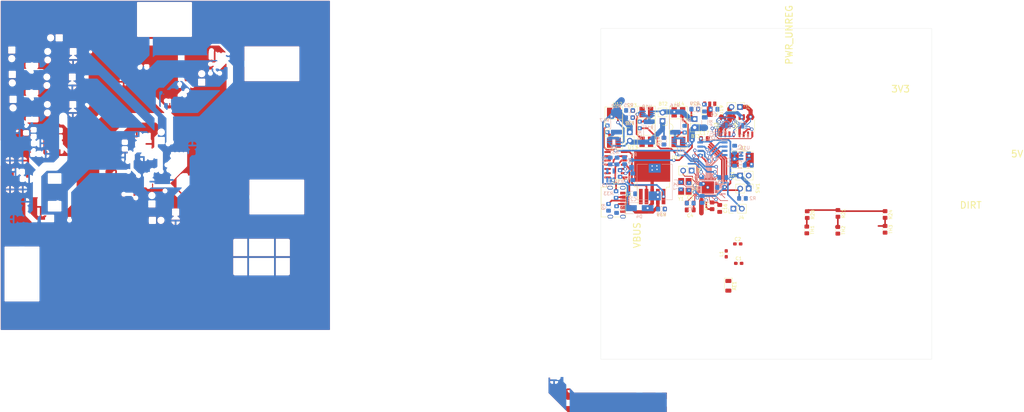
<source format=kicad_pcb>
(kicad_pcb (version 20211014) (generator pcbnew)
  (layers (0 "F.Cu" signal) (31 "B.Cu" signal) (34 "B.Paste" user) (35 "F.Paste" user) (36 "B.SilkS" user "B.Silkscreen") (37 "F.SilkS" user "F.Silkscreen") (38 "B.Mask" user) (39 "F.Mask" user) (44 "Edge.Cuts" user))
  (net 0 "")
  (net 1 "Net-(AE1-Pad1)")
  (net 3 "Net-(BT1-Pad2)")
  (net 4 "Net-(BT2-Pad2)")
  (net 5 "Net-(BT3-Pad2)")
  (net 6 "GND")
  (net 7 "Net-(C2-Pad1)")
  (net 8 "Net-(C3-Pad1)")
  (net 9 "Net-(C3-Pad2)")
  (net 10 "+3V3")
  (net 11 "Net-(C6-Pad1)")
  (net 12 "Net-(C7-Pad1)")
  (net 13 "Net-(C11-Pad1)")
  (net 14 "+5V")
  (net 15 "Net-(D4-Pad2)")
  (net 16 "Net-(J1-Pad1)")
  (net 17 "Net-(J1-Pad2)")
  (net 18 "Net-(R5-Pad1)")
  (net 19 "Net-(R34-Pad1)")
  (net 20 "Net-(R12-Pad2)")
  (net 21 "Net-(R15-Pad2)")
  (net 22 "Net-(R16-Pad2)")
  (net 23 "Net-(R17-Pad1)")
  (net 24 "Net-(R18-Pad1)")
  (net 25 "Net-(R19-Pad1)")
  (net 26 "Net-(R23-Pad2)")
  (net 27 "Net-(R30-Pad2)")
  (net 28 "Net-(R33-Pad2)")
  (net 29 "Net-(R34-Pad2)")
  (net 30 "Net-(R39-Pad2)")
  (net 36 "Net-(C11-Pad2)")
  (net 37 "/MCU/PWR_SW_P_MCU")
  (net 39 "Net-(U12-Pad3)")
  (net 40 "Net-(U10-Pad3)")
  (net 41 "Net-(U11-Pad3)")
  (net 44 "Net-(J2-PadA5)")
  (net 45 "Net-(J2-PadB5)")
  (net 46 "Net-(U17-Pad2)")
  (net 47 "Net-(U18-Pad7)")
  (net 48 "PWR_UNREG")
  (net 49 "Net-(C10-Pad1)")
  (net 53 "Net-(U3-Pad2)")
  (net 54 "/Peltier Driver/~DRIVER_DIR_PD")
  (net 56 "/MCU/EN")
  (net 57 "Net-(C18-Pad1)")
  (net 58 "VBUS")
  (net 59 "/MCU/IO0")
  (net 60 "/MCU/RXD_MCU")
  (net 61 "/MCU/TXD_MCU")
  (net 62 "/MCU/CELL_DSCHG_3_MCU")
  (net 63 "/MCU/CELL_DSCHG_2_MCU")
  (net 64 "/MCU/CELL_DSCHG_1_MCU")
  (net 65 "/MCU/TEMP_SENSE_1")
  (net 66 "/MCU/TEMP_SENSE_2")
  (net 67 "/MCU/CELL_MEAS_3_MCU")
  (net 68 "/MCU/TEMP_SENSE_3")
  (net 69 "/MCU/CELL_MEAS_2_MCU")
  (net 70 "/MCU/CELL_MEAS_1_MCU")
  (net 72 "/MCU/SD_DATA_2")
  (net 73 "/MCU/SD_DATA_3")
  (net 74 "/MCU/SD_CMD")
  (net 75 "/MCU/SD_CLK")
  (net 76 "/MCU/SD_DATA_0")
  (net 77 "/MCU/SD_DATA_1")
  (net 78 "/MCU/DRIVER_DIR_MCU")
  (net 79 "/MCU/DRIVER_EN_MCU")
  (footprint "Capacitor_SMD:C_0805_2012Metric_Pad1.18x1.45mm_HandSolder" (layer "F.Cu") (at 127.505691 77.413089)
    (fp_text reference "C17")
    (fp_text value "100nF")
  )
  (footprint "Inductor_SMD:L_0603_1608Metric_Pad1.05x0.95mm_HandSolder" (layer "F.Cu") (at 134.0612 111.9378 90)
    (fp_text reference "L1")
    (fp_text value "1.807nH")
  )
  (footprint "Package_DIP:DIP-4_W8.89mm_SMDSocket_LongPads" (layer "F.Cu") (at 119.7356 73.9832 90)
    (fp_text reference "U14")
    (fp_text value "PC817")
  )
  (footprint "Inductor_SMD:L_Taiyo-Yuden_NR-50xx_HandSoldering" (layer "F.Cu") (at 138.847 83.7692 180)
    (fp_text reference "L2")
    (fp_text value "3.3uH NRS5024T3R3NMGJ")
  )
  (footprint "Resistor_SMD:R_0805_2012Metric_Pad1.20x1.40mm_HandSolder" (layer "F.Cu") (at 129.822299 97.552901 90)
    (fp_text reference "R10")
    (fp_text value "20k")
  )
  (footprint "Capacitor_SMD:C_0805_2012Metric_Pad1.18x1.45mm_HandSolder" (layer "F.Cu") (at 123.269799 96.751701)
    (fp_text reference "C3")
    (fp_text value "3.3nF")
  )
  (footprint "Capacitor_SMD:C_0603_1608Metric_Pad1.08x0.95mm_HandSolder" (layer "F.Cu") (at 137.5167 108.966)
    (fp_text reference "C2")
    (fp_text value "4.64pF")
  )
  (footprint "Capacitor_SMD:C_0603_1608Metric_Pad1.08x0.95mm_HandSolder" (layer "F.Cu") (at 137.7961 114.7826)
    (fp_text reference "C1")
    (fp_text value "3.797pF")
  )
  (footprint "Connector_PinHeader_2.54mm:PinHeader_1x02_P2.54mm_Vertical" (layer "F.Cu") (at 140.791899 92.387301 -90)
    (fp_text reference "SW1")
    (fp_text value "Power Switch")
  )
  (footprint "Connector_PinHeader_2.54mm:PinHeader_1x02_P2.54mm_Vertical" (layer "F.Cu") (at 114.9858 72.1614 180)
    (fp_text reference "BT2")
    (fp_text value "Battery_Cell")
  )
  (footprint "Resistor_SMD:R_0805_2012Metric_Pad1.20x1.40mm_HandSolder" (layer "F.Cu") (at 158.3182 100.187 -90)
    (fp_text reference "R20")
    (fp_text value "90k")
  )
  (footprint "1KicadLib:USB4125-GF-A" (layer "F.Cu") (at 103.100055 96.9986 -90)
    (fp_text reference "J2")
    (fp_text value "USB_C_Receptacle_USB2.0")
  )
  (footprint "Resistor_SMD:R_0805_2012Metric_Pad1.20x1.40mm_HandSolder" (layer "F.Cu") (at 114.6556 98.5012 180)
    (fp_text reference "R40")
    (fp_text value "100k")
  )
  (footprint "Crystal:Crystal_SMD_SeikoEpson_FA238-4Pin_3.2x2.5mm_HandSoldering" (layer "F.Cu") (at 121.683299 91.724701 90)
    (fp_text reference "Y1")
    (fp_text value "Crystal_GND24")
  )
  (footprint "Connector_PinHeader_2.54mm:PinHeader_1x02_P2.54mm_Vertical" (layer "F.Cu") (at 138.229699 88.494701 90)
    (fp_text reference "J11")
    (fp_text value "PROG_PORT")
  )
  (footprint "Connector_PinHeader_2.54mm:PinHeader_1x02_P2.54mm_Vertical" (layer "F.Cu") (at 124.6124 71.5518)
    (fp_text reference "BT3")
    (fp_text value "Battery_Cell")
  )
  (footprint "RF_Antenna:Johanson_2450AT18x100" (layer "F.Cu") (at 134.6962 121.5136 -90)
    (fp_text reference "AE1")
    (fp_text value "Antenna_Chip")
  )
  (footprint "Connector_PinHeader_2.54mm:PinHeader_1x02_P2.54mm_Vertical" (layer "F.Cu") (at 123.705899 87.011901 -90)
    (fp_text reference "J9")
    (fp_text value "PROG_PORT")
  )
  (footprint "Package_TO_SOT_SMD:TO-263-5_TabPin3" (layer "F.Cu") (at 111.8806 89.0118 90)
    (fp_text reference "U17")
    (fp_text value "XL6009")
  )
  (footprint "Package_DFN_QFN:QFN-48-1EP_5x5mm_P0.35mm_EP3.7x3.7mm" (layer "F.Cu") (at 128.538299 92.052701 90)
    (fp_text reference "U1")
    (fp_text value "ESP32-D-WD-V3")
  )
  (footprint "Capacitor_SMD:C_0805_2012Metric_Pad1.18x1.45mm_HandSolder" (layer "F.Cu") (at 132.108299 98.336401 -90)
    (fp_text reference "C16")
    (fp_text value "100nF")
  )
  (footprint "Resistor_SMD:R_0805_2012Metric_Pad1.20x1.40mm_HandSolder" (layer "F.Cu") (at 158.1912 104.7844 -90)
    (fp_text reference "TH1")
    (fp_text value "SDNT2012X103F3950FTF")
  )
  (footprint "Resistor_SMD:R_0805_2012Metric_Pad1.20x1.40mm_HandSolder" (layer "F.Cu") (at 167.513 99.8314 -90)
    (fp_text reference "R21")
    (fp_text value "90k")
  )
  (footprint "Resistor_SMD:R_0805_2012Metric_Pad1.20x1.40mm_HandSolder" (layer "F.Cu") (at 167.4876 104.886 -90)
    (fp_text reference "TH2")
    (fp_text value "SDNT2012X103F3950FTF")
  )
  (footprint "Package_TO_SOT_SMD:SOT-89-3" (layer "F.Cu") (at 129.1142 68.6309 -90)
    (fp_text reference "U19")
    (fp_text value "HT75xx-1-SOT89")
  )
  (footprint "Resistor_SMD:R_0805_2012Metric_Pad1.20x1.40mm_HandSolder" (layer "F.Cu") (at 115.3922 78.1812 90)
    (fp_text reference "R27")
    (fp_text value "68k")
  )
  (footprint "Package_SO:SOIC-14_3.9x8.7mm_P1.27mm" (layer "F.Cu") (at 100.9904 85.2424 180)
    (fp_text reference "U5")
    (fp_text value "LM324")
  )
  (footprint "Resistor_SMD:R_0805_2012Metric_Pad1.20x1.40mm_HandSolder" (layer "F.Cu") (at 181.6354 104.5906 -90)
    (fp_text reference "TH3")
    (fp_text value "SDNT2012X103F3950FTF")
  )
  (footprint "Package_SO:SO-8_3.9x4.9mm_P1.27mm" (layer "F.Cu") (at 139.965982 73.5674 90)
    (fp_text reference "U4")
    (fp_text value "DMT3020LSDQ")
  )
  (footprint "Package_DIP:DIP-4_W8.89mm_SMDSocket_LongPads" (layer "F.Cu") (at 100.4062 74.179 90)
    (fp_text reference "U12")
    (fp_text value "PC817")
  )
  (footprint "Capacitor_SMD:C_0805_2012Metric_Pad1.18x1.45mm_HandSolder" (layer "F.Cu") (at 123.269799 98.783701 180)
    (fp_text reference "C4")
    (fp_text value "10nF")
  )
  (footprint "Resistor_SMD:R_0805_2012Metric_Pad1.20x1.40mm_HandSolder" (layer "F.Cu") (at 181.6354 100.1522 -90)
    (fp_text reference "R24")
    (fp_text value "90k")
  )
  (footprint "Connector_PinHeader_2.54mm:PinHeader_1x02_P2.54mm_Vertical" (layer "F.Cu") (at 138.1758 67.9493 -90)
    (fp_text reference "J1")
    (fp_text value "Peltier Connection")
  )
  (footprint "Connector_PinHeader_2.54mm:PinHeader_1x02_P2.54mm_Vertical" (layer "F.Cu") (at 105.1814 75.5142)
    (fp_text reference "BT1")
    (fp_text value "Battery_Cell")
  )
  (footprint "Package_SO:SO-8_3.9x4.9mm_P1.27mm" (layer "F.Cu") (at 134.4058 73.5493 90)
    (fp_text reference "U3")
    (fp_text value "DMT3020LSDQ")
  )
  (footprint "Package_DIP:DIP-4_W8.89mm_SMDSocket_LongPads" (layer "F.Cu") (at 110.1344 73.9324 -90)
    (fp_text reference "U13")
    (fp_text value "PC817")
  )
  (footprint "Resistor_SMD:R_0805_2012Metric_Pad1.20x1.40mm_HandSolder" (layer "F.Cu") (at 106.0704 70.0786 90)
    (fp_text reference "R23")
    (fp_text value "36k")
  )
  (footprint "Connector_PinHeader_2.54mm:PinHeader_1x02_P2.54mm_Vertical" (layer "F.Cu") (at 136.197699 98.416501 90)
    (fp_text reference "J4")
    (fp_text value "PROG_PORT")
  )
  (footprint "Resistor_SMD:R_0805_2012Metric_Pad1.20x1.40mm_HandSolder" (layer "F.Cu") (at 124.6284 68.6054)
    (fp_text reference "R28")
    (fp_text value "510k")
  )
  (footprint "Resistor_SMD:R_0805_2012Metric_Pad1.20x1.40mm_HandSolder" (layer "B.Cu") (at 114.6462 98.5266)
    (fp_text reference "R39")
    (fp_text value "150k")
  )
  (footprint "Resistor_SMD:R_0805_2012Metric_Pad1.20x1.40mm_HandSolder" (layer "B.Cu") (at 102.2604 87.8586 -90)
    (fp_text reference "R34")
    (fp_text value "12.5k")
  )
  (footprint "Diode_SMD:D_SMA_Handsoldering" (layer "B.Cu") (at 108.0198 98.2574)
    (fp_text reference "D4")
    (fp_text value "SS34")
  )
  (footprint "Resistor_SMD:R_0805_2012Metric_Pad1.20x1.40mm_HandSolder" (layer "B.Cu") (at 115.4176 78.2066 -90)
    (fp_text reference "R26")
    (fp_text value "180k")
  )
  (footprint "1KicadLib:TDFN_8_2x2mm_EP_0.9x1.65mm" (layer "B.Cu") (at 134.1552 73.3855)
    (fp_text reference "U6")
    (fp_text value "slg55021")
  )
  (footprint "Resistor_SMD:R_0805_2012Metric_Pad1.20x1.40mm_HandSolder" (layer "B.Cu") (at 98.806 98.0186 -90)
    (fp_text reference "R9")
    (fp_text value "5.1k")
  )
  (footprint "Package_TO_SOT_SMD:TSOT-23-6" (layer "B.Cu") (at 139.6492 82.5754)
    (fp_text reference "U16")
    (fp_text value "AP63203WU")
  )
  (footprint "Package_TO_SOT_SMD:SOT-23-5_HandSoldering" (layer "B.Cu") (at 99.4156 88.4682 90)
    (fp_text reference "U15")
    (fp_text value "AS431")
  )
  (footprint "Capacitor_SMD:C_0805_2012Metric_Pad1.18x1.45mm_HandSolder" (layer "B.Cu") (at 122.869299 91.820201 90)
    (fp_text reference "C6")
    (fp_text value "10pF")
  )
  (footprint "1KicadLib:TDFN_8_2x2mm_EP_0.9x1.65mm" (layer "B.Cu") (at 139.051082 73.5106)
    (fp_text reference "U18")
    (fp_text value "slg55021")
  )
  (footprint "Capacitor_SMD:C_0805_2012Metric_Pad1.18x1.45mm_HandSolder" (layer "B.Cu") (at 126.847299 95.630201 -90)
    (fp_text reference "C5")
    (fp_text value "100nF")
  )
  (footprint "Resistor_SMD:R_0805_2012Metric_Pad1.20x1.40mm_HandSolder" (layer "B.Cu") (at 105.0798 68.9864 180)
    (fp_text reference "R25")
    (fp_text value "4.3k")
  )
  (footprint "Capacitor_SMD:C_0805_2012Metric_Pad1.18x1.45mm_HandSolder" (layer "B.Cu") (at 133.044199 89.094701)
    (fp_text reference "C18")
    (fp_text value "1uF")
  )
  (footprint "Capacitor_SMD:C_0805_2012Metric_Pad1.18x1.45mm_HandSolder" (layer "B.Cu") (at 126.698099 90.005201 -90)
    (fp_text reference "C10")
    (fp_text value "100nF")
  )
  (footprint "Resistor_SMD:R_0805_2012Metric_Pad1.20x1.40mm_HandSolder" (layer "B.Cu") (at 98.4504 74.5076 90)
    (fp_text reference "R17")
    (fp_text value "200")
  )
  (footprint "Package_TO_SOT_SMD:SOT-553" (layer "B.Cu") (at 131.434 76.0385 -90)
    (fp_text reference "U2")
    (fp_text value "NL17SZ14")
  )
  (footprint "Package_TO_SOT_SMD:SOT-363_SC-70-6_Handsoldering" (layer "B.Cu") (at 110.5662 69.9192)
    (fp_text reference "U10")
    (fp_text value "BSD316")
  )
  (footprint "Package_TO_SOT_SMD:SOT-363_SC-70-6_Handsoldering" (layer "B.Cu") (at 119.7864 78.1996 180)
    (fp_text reference "U11")
    (fp_text value "BSD316")
  )
  (footprint "Capacitor_SMD:C_0805_2012Metric_Pad1.18x1.45mm_HandSolder" (layer "B.Cu") (at 140.6398 85.3948 180)
    (fp_text reference "C11")
    (fp_text value "100nF")
  )
  (footprint "Resistor_SMD:R_0805_2012Metric_Pad1.20x1.40mm_HandSolder" (layer "B.Cu") (at 108.1024 73.3298 -90)
    (fp_text reference "R18")
    (fp_text value "200")
  )
  (footprint "Resistor_SMD:R_0805_2012Metric_Pad1.20x1.40mm_HandSolder" (layer "B.Cu") (at 101.219 98.679 -90)
    (fp_text reference "R8")
    (fp_text value "5.1k")
  )
  (footprint "Resistor_SMD:R_0805_2012Metric_Pad1.20x1.40mm_HandSolder" (layer "B.Cu") (at 106.0958 88.8586 -90)
    (fp_text reference "R7")
    (fp_text value "12.5k")
  )
  (footprint "Capacitor_SMD:C_0805_2012Metric_Pad1.18x1.45mm_HandSolder" (layer "B.Cu") (at 130.3782 68.6308)
    (fp_text reference "C9")
    (fp_text value "10uF")
  )
  (footprint "Capacitor_SMD:C_0805_2012Metric_Pad1.18x1.45mm_HandSolder" (layer "B.Cu") (at 127.5334 68.2713 -90)
    (fp_text reference "C12")
    (fp_text value "10uF")
  )
  (footprint "Resistor_SMD:R_0805_2012Metric_Pad1.20x1.40mm_HandSolder" (layer "B.Cu") (at 123.275299 96.751701)
    (fp_text reference "R1")
    (fp_text value "20k")
  )
  (footprint "Resistor_SMD:R_0805_2012Metric_Pad1.20x1.40mm_HandSolder" (layer "B.Cu") (at 121.6406 74.5998 90)
    (fp_text reference "R19")
    (fp_text value "200")
  )
  (footprint "Package_TO_SOT_SMD:SOT-363_SC-70-6_Handsoldering" (layer "B.Cu") (at 100.4062 77.9382 180)
    (fp_text reference "U9")
    (fp_text value "BSD316")
  )
  (footprint "Capacitor_SMD:C_0805_2012Metric_Pad1.18x1.45mm_HandSolder" (layer "B.Cu") (at 120.456299 91.566201 -90)
    (fp_text reference "C7")
    (fp_text value "10pF")
  )
  (footprint "Resistor_SMD:R_1206_3216Metric_Pad1.30x1.75mm_HandSolder" (layer "B.Cu") (at 127.635 72.6186 -90)
    (fp_text reference "R4")
    (fp_text value ".1")
  )
  (footprint "Capacitor_SMD:C_0805_2012Metric_Pad1.18x1.45mm_HandSolder" (layer "B.Cu") (at 136.5504 84.5312 -90)
    (fp_text reference "C13")
    (fp_text value "22uF")
  )
  (footprint "Resistor_SMD:R_0805_2012Metric_Pad1.20x1.40mm_HandSolder" (layer "B.Cu") (at 99.314 84.1408 -90)
    (fp_text reference "R30")
    (fp_text value "200k")
  )
  (footprint "Resistor_SMD:R_2512_6332Metric_Pad1.40x3.35mm_HandSolder" (layer "B.Cu") (at 118.7196 72.4592 -90)
    (fp_text reference "R16")
    (fp_text value "28.7")
  )
  (footprint "Capacitor_SMD:C_0805_2012Metric_Pad1.18x1.45mm_HandSolder" (layer "B.Cu") (at 132.435299 92.057101 180)
    (fp_text reference "C8")
    (fp_text value "100nF")
  )
  (footprint "Capacitor_SMD:C_0805_2012Metric_Pad1.18x1.45mm_HandSolder" (layer "B.Cu") (at 136.5758 80.5942 90)
    (fp_text reference "C14")
    (fp_text value "22uF")
  )
  (footprint "Resistor_SMD:R_0805_2012Metric_Pad1.20x1.40mm_HandSolder" (layer "B.Cu") (at 138.921699 95.333701 180)
    (fp_text reference "R2")
    (fp_text value "10k")
  )
  (footprint "Resistor_SMD:R_0805_2012Metric_Pad1.20x1.40mm_HandSolder" (layer "B.Cu") (at 105.029 71.1454)
    (fp_text reference "R22")
    (fp_text value "180k")
  )
  (footprint "Capacitor_SMD:C_0805_2012Metric_Pad1.18x1.45mm_HandSolder" (layer "B.Cu") (at 105.7617 93.9546)
    (fp_text reference "C21")
    (fp_text value "100nF")
  )
  (footprint "Resistor_SMD:R_0805_2012Metric_Pad1.20x1.40mm_HandSolder" (layer "B.Cu") (at 101.0666 94.1832 90)
    (fp_text reference "R33")
    (fp_text value "500")
  )
  (footprint "Inductor_SMD:L_10.4x10.4_H4.8" (layer "B.Cu") (at 112.6426 90.4342 90)
    (fp_text reference "L3")
    (fp_text value "33uH")
  )
  (footprint "Package_SO:SOIC-8W_5.3x5.3mm_P1.27mm" (layer "B.Cu") (at 129.923899 80.458701 180)
    (fp_text reference "U22")
    (fp_text value "W25Q40CL")
  )
  (footprint "Resistor_SMD:R_0805_2012Metric_Pad1.20x1.40mm_HandSolder" (layer "B.Cu") (at 124.6378 68.6054 180)
    (fp_text reference "R29")
    (fp_text value "620k")
  )
  (footprint "Resistor_SMD:R_2512_6332Metric_Pad1.40x3.35mm_HandSolder" (layer "B.Cu") (at 111.0234 75.431 90)
    (fp_text reference "R15")
    (fp_text value "28.7")
  )
  (footprint "Resistor_SMD:R_0805_2012Metric_Pad1.20x1.40mm_HandSolder" (layer "B.Cu") (at 103.6066 84.074 90)
    (fp_text reference "R6")
    (fp_text value "1k")
  )
  (footprint "Resistor_SMD:R_2512_6332Metric_Pad1.40x3.35mm_HandSolder" (layer "B.Cu") (at 101.1936 72.4154 -90)
    (fp_text reference "R12")
    (fp_text value "28.7")
  )
  (footprint "Resistor_SMD:R_0805_2012Metric_Pad1.20x1.40mm_HandSolder" (layer "B.Cu") (at 101.3714 84.1408 90)
    (fp_text reference "R31")
    (fp_text value "51k")
  )
  (footprint "Resistor_SMD:R_0805_2012Metric_Pad1.20x1.40mm_HandSolder" (layer "B.Cu") (at 105.6894 84.8868 90)
    (fp_text reference "R5")
    (fp_text value "1k")
  )
  (gr_rect (start 96.52 44.45) (end 195.58 143.51) (layer "Edge.Cuts") (width 0.05) (fill none))
  (gr_text "PWR_UNREG" (at 152.9096 46.3478 90) (layer "F.SilkS") (effects (font (size 2 2) (thickness 0.3))))
  (gr_text "VBUS" (at 107.3658 106.3752 90) (layer "F.SilkS") (effects (font (size 2 2) (thickness 0.3))))
  (gr_text "3V3" (at 186.2836 62.576) (layer "F.SilkS") (effects (font (size 2 2) (thickness 0.3))))
  (gr_text "5V" (at 221.1832 82.0166) (layer "F.SilkS") (effects (font (size 2 2) (thickness 0.3))))
  (gr_text "DIRT\n" (at 207.2894 97.3836) (layer "F.SilkS") (effects (font (size 2 2) (thickness 0.3))))
  (via (at 111.313 78.1914) (size 1) (drill 0.6) (layers "F.Cu" "B.Cu") (net 3))
  (segment (start 114.9858 74.5186) (end 111.313 78.1914) (width 1.5) (layer "B.Cu") (net 3))
  (segment (start 111.313 78.1914) (end 111.0234 78.481) (width 1.5) (layer "B.Cu") (net 3))
  (segment (start 99.0762 78.5882) (end 99.0762 78.934) (width 0.5) (layer "B.Cu") (net 3))
  (segment (start 115.4176 77.2066) (end 115.4176 74.9504) (width 0.5) (layer "B.Cu") (net 3))
  (segment (start 115.4176 74.9504) (end 114.9858 74.5186) (width 0.5) (layer "B.Cu") (net 3))
  (segment (start 105.1814 78.0542) (end 105.6082 78.481) (width 1.5) (layer "B.Cu") (net 3))
  (segment (start 105.6082 78.481) (end 111.0234 78.481) (width 1.5) (layer "B.Cu") (net 3))
  (segment (start 114.9858 72.1614) (end 114.9858 74.5186) (width 1.5) (layer "B.Cu") (net 3))
  (segment (start 103.632 79.6036) (end 105.1814 78.0542) (width 0.5) (layer "B.Cu") (net 3))
  (segment (start 99.7458 79.6036) (end 103.632 79.6036) (width 0.5) (layer "B.Cu") (net 3))
  (segment (start 99.0762 78.934) (end 99.7458 79.6036) (width 0.5) (layer "B.Cu") (net 3))
  (segment (start 123.6284 68.6054) (end 123.6284 70.5678) (width 0.5) (layer "F.Cu") (net 4))
  (segment (start 123.6284 70.5678) (end 124.6124 71.5518) (width 0.5) (layer "F.Cu") (net 4))
  (via (at 118.5164 69.4182) (size 1) (drill 0.6) (layers "F.Cu" "B.Cu") (net 4))
  (segment (start 115.189 69.4182) (end 114.9858 69.6214) (width 1.5) (layer "B.Cu") (net 4))
  (segment (start 124.6124 71.5518) (end 123.2 71.5518) (width 1.5) (layer "B.Cu") (net 4))
  (segment (start 121.0664 69.4182) (end 118.5164 69.4182) (width 1.5) (layer "B.Cu") (net 4))
  (segment (start 118.5164 69.4182) (end 115.189 69.4182) (width 1.5) (layer "B.Cu") (net 4))
  (segment (start 111.8962 69.2692) (end 114.6336 69.2692) (width 0.5) (layer "B.Cu") (net 4))
  (segment (start 123.2 71.5518) (end 121.0664 69.4182) (width 1.5) (layer "B.Cu") (net 4))
  (segment (start 114.6336 69.2692) (end 114.9858 69.6214) (width 0.5) (layer "B.Cu") (net 4))
  (segment (start 118.364 83.8962) (end 119.9134 83.8962) (width 0.5) (layer "F.Cu") (net 5))
  (segment (start 119.9134 83.8962) (end 119.9642 83.8454) (width 0.5) (layer "F.Cu") (net 5))
  (segment (start 119.9261 83.8962) (end 123.7996 80.0227) (width 0.5) (layer "F.Cu") (net 5))
  (segment (start 123.7996 80.0227) (end 123.7996 77.8504) (width 0.5) (layer "F.Cu") (net 5))
  (via (at 118.364 83.8962) (size 1) (drill 0.6) (layers "F.Cu" "B.Cu") (net 5))
  (via (at 123.7996 77.8504) (size 1) (drill 0.6) (layers "F.Cu" "B.Cu") (net 5))
  (segment (start 123.7996 77.8504) (end 123.7996 78.887375) (width 0.5) (layer "B.Cu") (net 5))
  (segment (start 127.635 74.1686) (end 124.6892 74.1686) (width 2) (layer "B.Cu") (net 5))
  (segment (start 119.3882 79.7814) (end 118.4564 78.8496) (width 0.5) (layer "B.Cu") (net 5))
  (segment (start 123.7996 77.8504) (end 123.7996 74.9046) (width 1.75) (layer "B.Cu") (net 5))
  (segment (start 118.364 83.8962) (end 118.3546 83.8868) (width 0.5) (layer "B.Cu") (net 5))
  (segment (start 123.7996 74.9046) (end 124.6124 74.0918) (width 1.75) (layer "B.Cu") (net 5))
  (segment (start 122.905575 79.7814) (end 119.3882 79.7814) (width 0.5) (layer "B.Cu") (net 5))
  (segment (start 124.6892 74.1686) (end 124.6124 74.0918) (width 2) (layer "B.Cu") (net 5))
  (segment (start 118.3546 83.8868) (end 105.6894 83.8868) (width 0.5) (layer "B.Cu") (net 5))
  (segment (start 123.7996 78.887375) (end 122.905575 79.7814) (width 0.5) (layer "B.Cu") (net 5))
  (via (at 131.9166 72.4063) (size 1) (drill 0.6) (layers "F.Cu" "B.Cu") (net 6))
  (via (at 127.256899 90.948901) (size 1) (drill 0.6) (layers "F.Cu" "B.Cu") (net 6))
  (via (at 122.913499 90.644101) (size 0.6) (drill 0.4) (layers "F.Cu" "B.Cu") (net 6))
  (via (at 128.526899 92.041101) (size 1) (drill 0.6) (layers "F.Cu" "B.Cu") (net 6))
  (via (at 129.895018 74.3504) (size 1) (drill 0.6) (layers "F.Cu" "B.Cu") (net 6))
  (via (at 120.525899 92.752301) (size 0.6) (drill 0.4) (layers "F.Cu" "B.Cu") (net 6))
  (segment (start 131.934 75.3385) (end 131.934 75.618922) (width 0.1524) (layer "B.Cu") (net 6))
  (segment (start 130.145507 75.587211) (end 129.895018 75.336722) (width 0.1524) (layer "B.Cu") (net 6))
  (segment (start 133.1137 72.7165) (end 132.9634 72.7165) (width 0.1524) (layer "B.Cu") (net 6))
  (segment (start 132.2268 72.7165) (end 131.9166 72.4063) (width 0.1524) (layer "B.Cu") (net 6))
  (segment (start 129.895018 75.336722) (end 129.895018 74.3504) (width 0.1524) (layer "B.Cu") (net 6))
  (segment (start 131.934 75.618922) (end 131.674722 75.8782) (width 0.1524) (layer "B.Cu") (net 6))
  (segment (start 131.33756 75.8782) (end 131.025749 76.190011) (width 0.1524) (layer "B.Cu") (net 6))
  (segment (start 133.1137 72.7165) (end 132.2268 72.7165) (width 0.1524) (layer "B.Cu") (net 6))
  (segment (start 138.009582 72.8416) (end 137.414582 72.2466) (width 0.1524) (layer "B.Cu") (net 6))
  (segment (start 131.674722 75.8782) (end 131.33756 75.8782) (width 0.1524) (layer "B.Cu") (net 6))
  (segment (start 131.025749 76.190011) (end 130.157489 76.190011) (width 0.1524) (layer "B.Cu") (net 6))
  (segment (start 126.613299 94.502701) (end 126.613299 95.232901) (width 0.127) (layer "F.Cu") (net 7))
  (segment (start 126.621899 95.241501) (end 126.621899 95.800301) (width 0.5) (layer "F.Cu") (net 7))
  (segment (start 126.621899 95.800301) (end 126.621899 99.737301) (width 1.375) (layer "F.Cu") (net 7))
  (segment (start 126.613299 95.232901) (end 126.621899 95.241501) (width 0.127) (layer "F.Cu") (net 7))
  (segment (start 125.2652 93.3978) (end 125.377299 93.285701) (width 0.25) (layer "F.Cu") (net 8))
  (segment (start 124.824982 94.189602) (end 125.2652 93.749384) (width 0.25) (layer "F.Cu") (net 8))
  (segment (start 122.261199 96.722801) (end 122.261199 96.401801) (width 0.25) (layer "F.Cu") (net 8))
  (segment (start 122.261199 96.722801) (end 122.232299 96.751701) (width 0.25) (layer "F.Cu") (net 8))
  (segment (start 122.261199 96.401801) (end 124.473398 94.189602) (width 0.25) (layer "F.Cu") (net 8))
  (segment (start 124.473398 94.189602) (end 124.824982 94.189602) (width 0.25) (layer "F.Cu") (net 8))
  (segment (start 125.385299 93.277701) (end 125.377299 93.285701) (width 0.1524) (layer "F.Cu") (net 8))
  (segment (start 126.088299 93.277701) (end 125.385299 93.277701) (width 0.1524) (layer "F.Cu") (net 8))
  (segment (start 125.2652 93.749384) (end 125.2652 93.3978) (width 0.25) (layer "F.Cu") (net 8))
  (via (at 122.261199 96.722801) (size 0.4) (drill 0.2) (layers "F.Cu" "B.Cu") (net 8))
  (segment (start 124.307299 98.783701) (end 124.307299 96.751701) (width 0.5) (layer "F.Cu") (net 9))
  (segment (start 126.088299 93.627701) (end 125.644899 93.627701) (width 0.1524) (layer "F.Cu") (net 9))
  (segment (start 124.706487 94.566113) (end 124.625798 94.646802) (width 0.25) (layer "F.Cu") (net 9))
  (segment (start 124.625798 94.646802) (end 124.625798 96.433202) (width 0.25) (layer "F.Cu") (net 9))
  (segment (start 125.64171 93.90534) (end 124.980937 94.566113) (width 0.25) (layer "F.Cu") (net 9))
  (segment (start 125.641711 93.630889) (end 125.64171 93.90534) (width 0.25) (layer "F.Cu") (net 9))
  (segment (start 125.644899 93.627701) (end 125.641711 93.630889) (width 0.25) (layer "F.Cu") (net 9))
  (segment (start 124.625798 96.433202) (end 124.307299 96.751701) (width 0.25) (layer "F.Cu") (net 9))
  (segment (start 124.980937 94.566113) (end 124.706487 94.566113) (width 0.25) (layer "F.Cu") (net 9))
  (via (at 124.307299 96.751701) (size 0.4) (drill 0.2) (layers "F.Cu" "B.Cu") (net 9))
  (segment (start 126.263299 94.502701) (end 126.096819 94.502701) (width 0.1524) (layer "F.Cu") (net 10))
  (segment (start 126.263299 94.502701) (end 126.263299 94.609501) (width 0.1524) (layer "F.Cu") (net 10))
  (segment (start 126.088299 91.877701) (end 125.112299 91.877701) (width 0.1524) (layer "F.Cu") (net 10))
  (segment (start 133.621286 91.953684) (end 134.126116 91.953684) (width 0.5) (layer "F.Cu") (net 10))
  (segment (start 125.112299 91.877701) (end 124.640699 91.406101) (width 0.1524) (layer "F.Cu") (net 10))
  (segment (start 158.6738 98.8314) (end 158.3182 99.187) (width 0.5) (layer "F.Cu") (net 10))
  (segment (start 127.324472 95.123128) (end 128.063148 95.861803) (width 0.1524) (layer "F.Cu") (net 10))
  (segment (start 181.6354 99.1522) (end 167.8338 99.1522) (width 0.5) (layer "F.Cu") (net 10))
  (segment (start 134.126116 91.953684) (end 135.308699 90.771101) (width 0.5) (layer "F.Cu") (net 10))
  (segment (start 126.963299 94.502701) (end 126.963299 94.846301) (width 0.1524) (layer "F.Cu") (net 10))
  (segment (start 126.963299 94.502701) (end 126.963299 94.761954) (width 0.1524) (layer "F.Cu") (net 10))
  (segment (start 126.088299 92.927701) (end 125.024099 92.927701) (width 0.1524) (layer "F.Cu") (net 10))
  (segment (start 167.513 98.8314) (end 158.6738 98.8314) (width 0.5) (layer "F.Cu") (net 10))
  (segment (start 128.063148 97.97815) (end 128.063148 95.861803) (width 0.5) (layer "F.Cu") (net 10))
  (segment (start 133.347269 92.227701) (end 130.988299 92.227701) (width 0.1524) (layer "F.Cu") (net 10))
  (segment (start 127.313299 95.111955) (end 127.324472 95.123128) (width 0.1524) (layer "F.Cu") (net 10))
  (segment (start 126.963299 94.761954) (end 127.324472 95.123128) (width 0.1524) (layer "F.Cu") (net 10))
  (segment (start 167.8338 99.1522) (end 167.513 98.8314) (width 0.5) (layer "F.Cu") (net 10))
  (segment (start 128.637899 98.552901) (end 128.063148 97.97815) (width 0.5) (layer "F.Cu") (net 10))
  (segment (start 129.822299 98.552901) (end 128.637899 98.552901) (width 0.5) (layer "F.Cu") (net 10))
  (segment (start 127.313299 94.502701) (end 127.313299 95.111955) (width 0.1524) (layer "F.Cu") (net 10))
  (segment (start 133.621286 91.953684) (end 133.347269 92.227701) (width 0.1524) (layer "F.Cu") (net 10))
  (segment (start 135.308699 90.771101) (end 135.308699 89.434301) (width 0.5) (layer "F.Cu") (net 10))
  (segment (start 125.024099 92.927701) (end 124.513699 93.438101) (width 0.1524) (layer "F.Cu") (net 10))
  (segment (start 126.096819 94.502701) (end 125.433326 95.166194) (width 0.1524) (layer "F.Cu") (net 10))
  (via (at 135.308699 89.434301) (size 1) (drill 0.6) (layers "F.Cu" "B.Cu") (net 10))
  (via (at 124.513699 93.438101) (size 1) (drill 0.6) (layers "F.Cu" "B.Cu") (net 10))
  (via (at 125.433326 95.166194) (size 1) (drill 0.6) (layers "F.Cu" "B.Cu") (net 10))
  (via (at 128.063148 95.861803) (size 1) (drill 0.6) (layers "F.Cu" "B.Cu") (net 10))
  (via (at 133.621286 91.953684) (size 1) (drill 0.6) (layers "F.Cu" "B.Cu") (net 10))
  (via (at 126.468191 77.413089) (size 1) (drill 0.6) (layers "F.Cu" "B.Cu") (net 10))
  (via (at 136.5504 83.4937) (size 1) (drill 0.6) (layers "F.Cu" "B.Cu") (net 10))
  (via (at 124.640699 91.406101) (size 1) (drill 0.6) (layers "F.Cu" "B.Cu") (net 10))
  (segment (start 134.80041 77.85219) (end 135.308699 78.360479) (width 0.5) (layer "B.Cu") (net 10))
  (segment (start 126.125499 94.592701) (end 126.847299 94.592701) (width 0.5) (layer "B.Cu") (net 10))
  (segment (start 125.706606 95.166194) (end 125.433326 95.166194) (width 0.1524) (layer "B.Cu") (net 10))
  (segment (start 130.968469 94.606501) (end 126.861099 94.606501) (width 0.5) (layer "B.Cu") (net 10))
  (segment (start 126.498699 78.328901) (end 129.589879 78.328901) (width 0.5) (layer "B.Cu") (net 10))
  (segment (start 126.426811 78.400789) (end 126.498699 78.328901) (width 0.5) (layer "B.Cu") (net 10))
  (segment (start 126.498699 78.328901) (end 126.273899 78.553701) (width 0.5) (layer "B.Cu") (net 10))
  (segment (start 129.589879 78.328901) (end 130.06659 77.85219) (width 0.5) (layer "B.Cu") (net 10))
  (segment (start 136.5758 83.4683) (end 136.5504 83.4937) (width 0.5) (layer "B.Cu") (net 10))
  (segment (start 124.843899 93.107901) (end 124.843899 93.031701) (width 0.1524) (layer "B.Cu") (net 10))
  (segment (start 126.861099 94.606501) (end 126.847299 94.592701) (width 0.5) (layer "B.Cu") (net 10))
  (segment (start 126.063099 94.809701) (end 125.706606 95.166194) (width 0.1524) (layer "B.Cu") (net 10))
  (segment (start 128.063148 95.861803) (end 128.063148 95.80855) (width 0.1524) (layer "B.Cu") (net 10))
  (segment (start 138.229699 88.494701) (end 136.248299 88.494701) (width 1) (layer "B.Cu") (net 10))
  (segment (start 124.640699 91.406101) (end 124.640699 91.609301) (width 0.1524) (layer "B.Cu") (net 10))
  (segment (start 124.513699 93.438101) (end 124.843899 93.107901) (width 0.1524) (layer "B.Cu") (net 10))
  (segment (start 124.640699 91.609301) (end 124.843899 91.812501) (width 0.1524) (layer "B.Cu") (net 10))
  (segment (start 130.06659 77.85219) (end 134.80041 77.85219) (width 0.5) (layer "B.Cu") (net 10))
  (segment (start 128.063148 95.80855) (end 126.847299 94.592701) (width 0.1524) (layer "B.Cu") (net 10))
  (segment (start 126.273899 77.607381) (end 126.468191 77.413089) (width 0.5) (layer "B.Cu") (net 10))
  (segment (start 133.621286 91.953684) (end 130.968469 94.606501) (width 0.5) (layer "B.Cu") (net 10))
  (segment (start 138.5117 83.5254) (end 136.5821 83.5254) (width 0.5) (layer "B.Cu") (net 10))
  (segment (start 136.248299 88.494701) (end 135.308699 89.434301) (width 1) (layer "B.Cu") (net 10))
  (segment (start 126.847299 94.592701) (end 126.630299 94.809701) (width 0.1524) (layer "B.Cu") (net 10))
  (segment (start 140.791899 91.056901) (end 138.229699 88.494701) (width 1) (layer "B.Cu") (net 10))
  (segment (start 124.818499 93.057101) (end 124.818499 93.285701) (width 0.5) (layer "B.Cu") (net 10))
  (segment (start 124.843899 91.812501) (end 124.843899 93.031701) (width 0.5) (layer "B.Cu") (net 10))
  (segment (start 126.630299 94.809701) (end 126.063099 94.809701) (width 0.1524) (layer "B.Cu") (net 10))
  (segment (start 124.843899 93.031701) (end 124.818499 93.057101) (width 0.5) (layer "B.Cu") (net 10))
  (segment (start 136.5821 83.5254) (end 136.5504 83.4937) (width 0.5) (layer "B.Cu") (net 10))
  (segment (start 140.791899 92.387301) (end 140.791899 91.056901) (width 1) (layer "B.Cu") (net 10))
  (segment (start 136.5758 81.6317) (end 136.5758 83.4683) (width 0.5) (layer "B.Cu") (net 10))
  (segment (start 126.273899 78.553701) (end 126.273899 77.607381) (width 0.5) (layer "B.Cu") (net 10))
  (segment (start 135.308699 78.360479) (end 135.308699 89.434301) (width 0.5) (layer "B.Cu") (net 10))
  (segment (start 124.818499 93.285701) (end 126.125499 94.592701) (width 0.5) (layer "B.Cu") (net 10))
  (segment (start 124.432699 92.577701) (end 126.088299 92.577701) (width 0.1524) (layer "F.Cu") (net 11))
  (segment (start 122.783299 93.174701) (end 123.2734 92.6846) (width 0.1524) (layer "F.Cu") (net 11))
  (segment (start 123.2734 92.6846) (end 124.3258 92.6846) (width 0.1524) (layer "F.Cu") (net 11))
  (segment (start 124.3258 92.6846) (end 124.432699 92.577701) (width 0.1524) (layer "F.Cu") (net 11))
  (via (at 122.913499 92.879301) (size 0.6) (drill 0.4) (layers "F.Cu" "B.Cu") (net 11))
  (segment (start 126.088299 92.227701) (end 126.077798 92.238202) (width 0.1524) (layer "F.Cu") (net 12))
  (segment (start 123.977129 91.736301) (end 121.894899 91.736301) (width 0.1524) (layer "F.Cu") (net 12))
  (segment (start 120.583299 90.424701) (end 120.583299 90.274701) (width 0.1524) (layer "F.Cu") (net 12))
  (segment (start 126.077798 92.238202) (end 124.47903 92.238202) (width 0.1524) (layer "F.Cu") (net 12))
  (segment (start 121.894899 91.736301) (end 120.583299 90.424701) (width 0.1524) (layer "F.Cu") (net 12))
  (segment (start 124.47903 92.238202) (end 123.977129 91.736301) (width 0.1524) (layer "F.Cu") (net 12))
  (via (at 120.576699 90.364701) (size 0.6) (drill 0.4) (layers "F.Cu" "B.Cu") (net 12))
  (via (at 140.8938 82.5754) (size 1) (drill 0.6) (layers "F.Cu" "B.Cu") (net 13))
  (via (at 141.605 85.09) (size 1) (drill 0.6) (layers "F.Cu" "B.Cu") (net 13))
  (via (at 127.3556 67.1068) (size 1) (drill 0.6) (layers "F.Cu" "B.Cu") (net 14))
  (segment (start 132.457 76.1782) (end 131.557 76.1782) (width 0.1524) (layer "B.Cu") (net 14))
  (segment (start 133.1137 75.5215) (end 132.457 76.1782) (width 0.1524) (layer "B.Cu") (net 14))
  (segment (start 133.1137 74.2165) (end 133.1137 75.5215) (width 0.1524) (layer "B.Cu") (net 14))
  (segment (start 130.9967 76.7385) (end 130.934 76.7385) (width 0.1524) (layer "B.Cu") (net 14))
  (segment (start 131.557 76.1782) (end 130.9967 76.7385) (width 0.1524) (layer "B.Cu") (net 14))
  (segment (start 111.8806 94.7868) (end 111.8806 86.8274) (width 1) (layer "F.Cu") (net 15))
  (segment (start 111.8806 86.8274) (end 111.8806 85.6368) (width 1) (layer "F.Cu") (net 15))
  (segment (start 111.8806 96.8966) (end 110.5198 98.2574) (width 1) (layer "F.Cu") (net 15))
  (segment (start 111.8806 94.7868) (end 111.8806 96.8966) (width 1) (layer "F.Cu") (net 15))
  (via (at 110.5198 98.2574) (size 1) (drill 0.6) (layers "F.Cu" "B.Cu") (net 15))
  (via (at 111.8806 85.6368) (size 0.6) (drill 0.4) (layers "F.Cu" "B.Cu") (net 15))
  (via (at 113.2776 85.6082) (size 0.6) (drill 0.4) (layers "F.Cu" "B.Cu") (net 15))
  (via (at 113.3284 86.6496) (size 0.6) (drill 0.4) (layers "F.Cu" "B.Cu") (net 15))
  (via (at 111.8806 86.8274) (size 0.6) (drill 0.4) (layers "F.Cu" "B.Cu") (net 15))
  (segment (start 138.060982 74.310063) (end 138.060982 76.1424) (width 0.75) (layer "F.Cu") (net 16))
  (segment (start 141.351 70.9168) (end 141.351 71.020045) (width 0.75) (layer "F.Cu") (net 16))
  (segment (start 140.676582 70.9168) (end 140.600982 70.9924) (width 0.75) (layer "F.Cu") (net 16))
  (segment (start 141.351 69.0245) (end 141.351 70.9168) (width 1.25) (layer "F.Cu") (net 16))
  (segment (start 141.351 71.020045) (end 138.060982 74.310063) (width 0.75) (layer "F.Cu") (net 16))
  (segment (start 140.600982 70.9924) (end 141.870982 70.9924) (width 1.25) (layer "F.Cu") (net 16))
  (segment (start 140.2758 67.9493) (end 141.351 69.0245) (width 1.25) (layer "F.Cu") (net 16))
  (segment (start 138.1758 67.9493) (end 140.2758 67.9493) (width 1.25) (layer "F.Cu") (net 16))
  (segment (start 141.351 70.9168) (end 140.676582 70.9168) (width 0.75) (layer "F.Cu") (net 16))
  (via (at 141.351 70.9168) (size 1) (drill 0.6) (layers "F.Cu" "B.Cu") (net 16))
  (segment (start 141.351 70.9168) (end 141.351 72.306773) (width 0.25) (layer "B.Cu") (net 16))
  (segment (start 141.351 72.306773) (end 140.316173 73.3416) (width 0.25) (layer "B.Cu") (net 16))
  (segment (start 140.316173 73.3416) (end 139.984582 73.3416) (width 0.25) (layer "B.Cu") (net 16))
  (segment (start 135.0408 70.9743) (end 136.3108 70.9743) (width 1.375) (layer "F.Cu") (net 17))
  (segment (start 135.0408 71.942962) (end 134.346073 72.637689) (width 1.375) (layer "F.Cu") (net 17))
  (segment (start 136.271 71.0141) (end 136.3108 70.9743) (width 0.25) (layer "F.Cu") (net 17))
  (segment (start 136.271 72.4916) (end 136.271 71.0141) (width 0.25) (layer "F.Cu") (net 17))
  (segment (start 135.0408 70.9743) (end 135.0408 71.942962) (width 1.375) (layer "F.Cu") (net 17))
  (segment (start 134.225211 72.637689) (end 132.1706 74.6923) (width 1.375) (layer "F.Cu") (net 17))
  (segment (start 135.0408 68.5443) (end 135.6358 67.9493) (width 1.375) (layer "F.Cu") (net 17))
  (segment (start 134.346073 72.637689) (end 134.225211 72.637689) (width 1.375) (layer "F.Cu") (net 17))
  (segment (start 135.0408 70.9743) (end 135.0408 68.5443) (width 1.375) (layer "F.Cu") (net 17))
  (segment (start 132.1706 74.6923) (end 132.1706 76.2671) (width 1.375) (layer "F.Cu") (net 17))
  (via (at 136.271 72.4916) (size 1) (drill 0.6) (layers "F.Cu" "B.Cu") (net 17))
  (segment (start 135.653 73.1096) (end 136.271 72.4916) (width 0.25) (layer "B.Cu") (net 17))
  (segment (start 135.653 73.2165) (end 135.653 73.1096) (width 0.25) (layer "B.Cu") (net 17))
  (segment (start 135.0887 73.2165) (end 135.653 73.2165) (width 0.25) (layer "B.Cu") (net 17))
  (via (at 103.9114 87.8332) (size 1) (drill 0.6) (layers "F.Cu" "B.Cu") (net 18))
  (segment (start 105.6894 86.4014) (end 104.2162 87.8746) (width 0.5) (layer "B.Cu") (net 18))
  (segment (start 106.0958 87.8586) (end 106.0958 86.2932) (width 0.5) (layer "B.Cu") (net 18))
  (segment (start 106.0958 86.2932) (end 105.6894 85.8868) (width 0.5) (layer "B.Cu") (net 18))
  (segment (start 105.6894 85.8868) (end 105.6894 86.4014) (width 0.5) (layer "B.Cu") (net 18))
  (segment (start 103.4654 86.5124) (end 102.4034 86.5124) (width 0.5) (layer "F.Cu") (net 19))
  (segment (start 102.4034 86.5124) (end 102.0572 86.8586) (width 0.5) (layer "F.Cu") (net 19))
  (via (at 102.2629 86.953837) (size 1) (drill 0.6) (layers "F.Cu" "B.Cu") (net 19))
  (via (at 103.8352 86.5124) (size 1) (drill 0.6) (layers "F.Cu" "B.Cu") (net 19))
  (segment (start 103.8352 86.5124) (end 103.6066 86.2838) (width 0.5) (layer "B.Cu") (net 19))
  (segment (start 103.6066 86.2838) (end 103.6066 85.074) (width 0.5) (layer "B.Cu") (net 19))
  (segment (start 101.7362 77.2882) (end 99.0762 77.2882) (width 0.75) (layer "B.Cu") (net 20))
  (segment (start 99.0762 77.2882) (end 99.0762 77.886689) (width 0.5) (layer "B.Cu") (net 20))
  (segment (start 101.7362 77.2882) (end 101.7362 77.886689) (width 0.5) (layer "B.Cu") (net 20))
  (segment (start 101.1936 75.4654) (end 100.899 75.4654) (width 0.75) (layer "B.Cu") (net 20))
  (segment (start 100.899 75.4654) (end 99.0762 77.2882) (width 0.75) (layer "B.Cu") (net 20))
  (segment (start 110.1678 70.5692) (end 109.2362 70.5692) (width 0.75) (layer "B.Cu") (net 21))
  (segment (start 111.0234 71.442) (end 111.8962 70.5692) (width 0.75) (layer "B.Cu") (net 21))
  (segment (start 111.0234 72.381) (end 111.0234 71.442) (width 0.75) (layer "B.Cu") (net 21))
  (segment (start 111.0234 71.442) (end 111.0234 71.4248) (width 0.75) (layer "B.Cu") (net 21))
  (segment (start 109.2362 69.9192) (end 109.2362 70.5692) (width 0.5) (layer "B.Cu") (net 21))
  (segment (start 111.8962 69.9192) (end 111.8962 70.5692) (width 0.5) (layer "B.Cu") (net 21))
  (segment (start 111.0234 71.4248) (end 110.1678 70.5692) (width 0.75) (layer "B.Cu") (net 21))
  (segment (start 121.1164 77.5496) (end 120.8532 77.2864) (width 0.75) (layer "B.Cu") (net 22))
  (segment (start 118.7196 75.5092) (end 118.7196 77.2864) (width 0.75) (layer "B.Cu") (net 22))
  (segment (start 120.8532 77.2864) (end 118.7196 77.2864) (width 0.75) (layer "B.Cu") (net 22))
  (segment (start 118.7196 77.2864) (end 118.4564 77.5496) (width 0.75) (layer "B.Cu") (net 22))
  (segment (start 121.1164 78.1996) (end 121.1164 77.5496) (width 0.5) (layer "B.Cu") (net 22))
  (segment (start 118.4564 78.1996) (end 118.4564 77.5496) (width 0.5) (layer "B.Cu") (net 22))
  (segment (start 99.1362 78.624) (end 99.1362 76.2856) (width 0.75) (layer "F.Cu") (net 23))
  (segment (start 99.1362 76.2856) (end 98.3488 75.4982) (width 0.75) (layer "F.Cu") (net 23))
  (via (at 98.3488 75.4982) (size 1) (drill 0.6) (layers "F.Cu" "B.Cu") (net 23))
  (segment (start 111.4044 69.4874) (end 111.4044 70.050422) (width 0.5) (layer "F.Cu") (net 24))
  (segment (start 109.125022 72.3298) (end 108.1024 72.3298) (width 0.5) (layer "F.Cu") (net 24))
  (segment (start 111.4044 70.050422) (end 109.125022 72.3298) (width 0.5) (layer "F.Cu") (net 24))
  (via (at 108.1024 72.3298) (size 1) (drill 0.6) (layers "F.Cu" "B.Cu") (net 24))
  (segment (start 118.4656 77.6782) (end 120.544 75.5998) (width 0.5) (layer "F.Cu") (net 25))
  (segment (start 118.4656 78.4282) (end 118.4656 77.6782) (width 0.5) (layer "F.Cu") (net 25))
  (segment (start 120.544 75.5998) (end 121.6406 75.5998) (width 0.5) (layer "F.Cu") (net 25))
  (via (at 121.6406 75.5998) (size 1) (drill 0.6) (layers "F.Cu" "B.Cu") (net 25))
  (via (at 106.1212 69.088) (size 1) (drill 0.6) (layers "F.Cu" "B.Cu") (net 26))
  (segment (start 100.2538 83.9724) (end 100.2538 85.0646) (width 0.5) (layer "F.Cu") (net 27))
  (segment (start 103.4654 82.7024) (end 101.5238 82.7024) (width 0.5) (layer "F.Cu") (net 27))
  (segment (start 101.5238 82.7024) (end 100.2538 83.9724) (width 0.5) (layer "F.Cu") (net 27))
  (via (at 100.2538 85.0646) (size 1) (drill 0.6) (layers "F.Cu" "B.Cu") (net 27))
  (segment (start 101.3714 85.1408) (end 99.314 85.1408) (width 0.5) (layer "B.Cu") (net 27))
  (segment (start 100.1522 89.8906) (end 101.0666 90.805) (width 0.5) (layer "F.Cu") (net 28))
  (segment (start 100.8482 89.1946) (end 100.1522 89.8906) (width 0.5) (layer "F.Cu") (net 28))
  (segment (start 102.7684 83.9724) (end 100.8482 85.8926) (width 0.5) (layer "F.Cu") (net 28))
  (segment (start 100.8482 85.8926) (end 100.8482 89.1946) (width 0.5) (layer "F.Cu") (net 28))
  (segment (start 103.4654 83.9724) (end 102.7684 83.9724) (width 0.5) (layer "F.Cu") (net 28))
  (segment (start 101.0666 90.805) (end 101.0666 93.1832) (width 0.5) (layer "F.Cu") (net 28))
  (via (at 100.1522 89.8906) (size 1) (drill 0.6) (layers "F.Cu" "B.Cu") (net 28))
  (via (at 101.0666 93.1832) (size 1) (drill 0.6) (layers "F.Cu" "B.Cu") (net 28))
  (segment (start 99.4156 89.8182) (end 100.3656 89.8182) (width 0.5) (layer "B.Cu") (net 28))
  (segment (start 103.4654 89.0524) (end 102.251 89.0524) (width 0.5) (layer "F.Cu") (net 29))
  (segment (start 103.4654 89.0524) (end 103.4654 89.47) (width 0.5) (layer "F.Cu") (net 29))
  (segment (start 103.4654 89.47) (end 104.0638 90.0684) (width 0.5) (layer "F.Cu") (net 29))
  (segment (start 102.251 89.0524) (end 102.0572 88.8586) (width 0.5) (layer "F.Cu") (net 29))
  (via (at 102.3366 88.9) (size 1) (drill 0.6) (layers "F.Cu" "B.Cu") (net 29))
  (via (at 104.0638 90.0684) (size 1) (drill 0.6) (layers "F.Cu" "B.Cu") (net 29))
  (via (at 115.2806 94.7868) (size 1) (drill 0.6) (layers "F.Cu" "B.Cu") (net 29))
  (segment (start 113.274422 91.313) (end 115.2806 93.319178) (width 0.5) (layer "B.Cu") (net 29))
  (segment (start 115.2806 93.319178) (end 115.2806 94.7868) (width 0.5) (layer "B.Cu") (net 29))
  (segment (start 104.0638 90.0684) (end 105.3084 91.313) (width 0.5) (layer "B.Cu") (net 29))
  (segment (start 105.3084 91.313) (end 113.274422 91.313) (width 0.5) (layer "B.Cu") (net 29))
  (segment (start 129.763299 94.502701) (end 129.763299 94.910101) (width 0.1524) (layer "F.Cu") (net 30))
  (segment (start 129.763299 94.910101) (end 130.501099 95.647901) (width 0.1524) (layer "F.Cu") (net 30))
  (segment (start 130.501099 95.647901) (end 131.016099 95.647901) (width 0.1524) (layer "F.Cu") (net 30))
  (via (at 131.016099 95.647901) (size 1) (drill 0.6) (layers "F.Cu" "B.Cu") (net 30))
  (via (at 115.7732 98.5012) (size 1) (drill 0.6) (layers "F.Cu" "B.Cu") (net 30))
  (segment (start 139.6023 85.3948) (end 139.6023 84.7098) (width 0.5) (layer "B.Cu") (net 36))
  (segment (start 139.6023 84.7098) (end 140.7867 83.5254) (width 0.5) (layer "B.Cu") (net 36))
  (segment (start 132.486099 92.869901) (end 137.769299 92.869901) (width 0.5) (layer "F.Cu") (net 37))
  (segment (start 132.428299 92.927701) (end 132.486099 92.869901) (width 0.127) (layer "F.Cu") (net 37))
  (segment (start 137.769299 92.869901) (end 138.251899 92.387301) (width 0.5) (layer "F.Cu") (net 37))
  (segment (start 130.988299 92.927701) (end 132.428299 92.927701) (width 0.127) (layer "F.Cu") (net 37))
  (segment (start 137.921699 95.333701) (end 137.921699 92.717501) (width 0.5) (layer "B.Cu") (net 37))
  (segment (start 137.921699 92.717501) (end 138.251899 92.387301) (width 0.5) (layer "B.Cu") (net 37))
  (segment (start 101.6254 72.5932) (end 101.6254 69.7848) (width 0.5) (layer "F.Cu") (net 39))
  (segment (start 101.6254 69.7848) (end 101.6762 69.734) (width 0.5) (layer "F.Cu") (net 39))
  (segment (start 101.6762 69.734) (end 101.6762 70.739) (width 0.5) (layer "F.Cu") (net 39))
  (via (at 101.6254 72.5932) (size 1) (drill 0.6) (layers "F.Cu" "B.Cu") (net 39))
  (segment (start 103.0726 78.5882) (end 101.7362 78.5882) (width 0.5) (layer "B.Cu") (net 39))
  (segment (start 103.378 74.3458) (end 101.6254 72.5932) (width 0.5) (layer "B.Cu") (net 39))
  (segment (start 103.378 78.2828) (end 103.0726 78.5882) (width 0.5) (layer "B.Cu") (net 39))
  (segment (start 103.378 78.2828) (end 103.378 74.3458) (width 0.5) (layer "B.Cu") (net 39))
  (segment (start 107.225889 76.060089) (end 108.8644 77.6986) (width 0.5) (layer "F.Cu") (net 40))
  (segment (start 107.27392 71.59288) (end 107.27392 71.688113) (width 0.5) (layer "F.Cu") (net 40))
  (segment (start 107.225889 71.736144) (end 107.225889 76.060089) (width 0.5) (layer "F.Cu") (net 40))
  (segment (start 107.437898 71.428902) (end 107.27392 71.59288) (width 0.5) (layer "F.Cu") (net 40))
  (segment (start 107.437898 70.1548) (end 107.437898 71.428902) (width 0.5) (layer "F.Cu") (net 40))
  (segment (start 108.8644 77.6986) (end 108.8644 78.3774) (width 0.5) (layer "F.Cu") (net 40))
  (segment (start 107.27392 71.688113) (end 107.225889 71.736144) (width 0.5) (layer "F.Cu") (net 40))
  (via (at 107.437898 70.1548) (size 1) (drill 0.6) (layers "F.Cu" "B.Cu") (net 40))
  (segment (start 107.437898 70.1548) (end 108.323498 69.2692) (width 0.5) (layer "B.Cu") (net 40))
  (segment (start 108.323498 69.2692) (end 109.2362 69.2692) (width 0.5) (layer "B.Cu") (net 40))
  (segment (start 121.0056 71.6534) (end 122.555 73.2028) (width 0.5) (layer "F.Cu") (net 41))
  (segment (start 122.555 73.2028) (end 122.555 78.8924) (width 0.5) (layer "F.Cu") (net 41))
  (segment (start 121.0056 69.5382) (end 121.0056 71.6534) (width 0.5) (layer "F.Cu") (net 41))
  (via (at 122.555 78.8924) (size 1) (drill 0.6) (layers "F.Cu" "B.Cu") (net 41))
  (segment (start 122.555 78.8924) (end 121.1592 78.8924) (width 0.5) (layer "B.Cu") (net 41))
  (segment (start 121.1592 78.8924) (end 121.1164 78.8496) (width 0.5) (layer "B.Cu") (net 41))
  (segment (start 99.7592 95.9986) (end 103.100055 95.9986) (width 0.5) (layer "F.Cu") (net 44))
  (segment (start 98.8314 96.9264) (end 99.7592 95.9986) (width 0.5) (layer "F.Cu") (net 44))
  (via (at 98.8314 96.9264) (size 1) (drill 0.6) (layers "F.Cu" "B.Cu") (net 44))
  (segment (start 101.9088 96.9986) (end 103.100055 96.9986) (width 0.5) (layer "F.Cu") (net 45))
  (segment (start 101.219 97.6884) (end 101.9088 96.9986) (width 0.5) (layer "F.Cu") (net 45))
  (via (at 101.219 97.6884) (size 1) (drill 0.6) (layers "F.Cu" "B.Cu") (net 45))
  (segment (start 110.1806 91.7822) (end 109.7978 91.3994) (width 0.5) (layer "F.Cu") (net 46))
  (segment (start 106.487 91.3994) (end 105.8164 90.7288) (width 0.5) (layer "F.Cu") (net 46))
  (segment (start 109.7978 91.3994) (end 106.487 91.3994) (width 0.5) (layer "F.Cu") (net 46))
  (segment (start 105.8164 90.7288) (end 105.8164 82.1436) (width 0.5) (layer "F.Cu") (net 46))
  (segment (start 105.8164 82.1436) (end 105.1052 81.4324) (width 0.5) (layer "F.Cu") (net 46))
  (segment (start 105.1052 81.4324) (end 103.4654 81.4324) (width 0.5) (layer "F.Cu") (net 46))
  (segment (start 110.1806 94.7868) (end 110.1806 91.7822) (width 0.5) (layer "F.Cu") (net 46))
  (segment (start 140.495571 74.6282) (end 139.330982 75.792789) (width 0.5) (layer "F.Cu") (net 47))
  (segment (start 139.271513 75.724432) (end 139.854713 75.141232) (width 0.25) (layer "F.Cu") (net 47))
  (segment (start 139.330982 75.792789) (end 139.330982 76.1424) (width 0.5) (layer "F.Cu") (net 47))
  (segment (start 141.718082 74.6282) (end 140.495571 74.6282) (width 0.5) (layer "F.Cu") (net 47))
  (via (at 141.718082 74.6282) (size 1) (drill 0.6) (layers "F.Cu" "B.Cu") (net 47))
  (segment (start 141.718082 74.6282) (end 140.931482 73.8416) (width 0.25) (layer "B.Cu") (net 47))
  (segment (start 140.931482 73.8416) (end 139.984582 73.8416) (width 0.25) (layer "B.Cu") (net 47))
  (segment (start 132.5008 70.9743) (end 133.53928 70.9743) (width 1.375) (layer "F.Cu") (net 48))
  (segment (start 138.7342 70.9924) (end 138.629382 70.9924) (width 0.75) (layer "F.Cu") (net 48))
  (segment (start 139.330982 70.9924) (end 138.629382 70.9924) (width 0.75) (layer "F.Cu") (net 48))
  (segment (start 138.629382 70.9924) (end 138.543582 70.9066) (width 1.5) (layer "F.Cu") (net 48))
  (segment (start 133.106331 71.898291) (end 133.53928 71.465342) (width 0.25) (layer "F.Cu") (net 48))
  (segment (start 133.53928 71.465342) (end 133.53928 70.9743) (width 0.25) (layer "F.Cu") (net 48))
  (segment (start 138.7348 70.993) (end 138.7342 70.9924) (width 0.75) (layer "F.Cu") (net 48))
  (via (at 138.7348 70.993) (size 1) (drill 0.6) (layers "F.Cu" "B.Cu") (net 48))
  (via (at 99.7321 70.8269) (size 1) (drill 0.6) (layers "F.Cu" "B.Cu") (net 48))
  (via (at 133.106331 71.898291) (size 1) (drill 0.6) (layers "F.Cu" "B.Cu") (net 48))
  (via (at 133.641382 70.39528) (size 1) (drill 0.6) (layers "F.Cu" "B.Cu") (net 48))
  (via (at 129.3876 68.7578) (size 1) (drill 0.6) (layers "F.Cu" "B.Cu") (net 48))
  (segment (start 134.270491 71.898291) (end 133.106331 71.898291) (width 0.25) (layer "B.Cu") (net 48))
  (segment (start 97.370231 90.974711) (end 97.1296 90.73408) (width 0.5) (layer "B.Cu") (net 48))
  (segment (start 97.1677 72.5297) (end 98.8705 70.8269) (width 0.5) (layer "B.Cu") (net 48))
  (segment (start 135.0887 72.7165) (end 134.270491 71.898291) (width 0.25) (layer "B.Cu") (net 48))
  (segment (start 133.641382 70.39528) (end 134.339062 69.6976) (width 1) (layer "B.Cu") (net 48))
  (segment (start 103.890016 90.974711) (end 97.370231 90.974711) (width 0.5) (layer "B.Cu") (net 48))
  (segment (start 102.376 69.3654) (end 101.1936 69.3654) (width 0.5) (layer "B.Cu") (net 48))
  (segment (start 134.339062 69.6976) (end 137.4394 69.6976) (width 1) (layer "B.Cu") (net 48))
  (segment (start 99.314 83.1408) (end 97.0976 83.1408) (width 0.5) (layer "B.Cu") (net 48))
  (segment (start 138.7348 70.993) (end 138.7348 71.591818) (width 0.25) (layer "B.Cu") (net 48))
  (segment (start 104.4956 91.580295) (end 103.890016 90.974711) (width 0.5) (layer "B.Cu") (net 48))
  (segment (start 101.1936 69.3654) (end 101.1936 67.5132) (width 2) (layer "B.Cu") (net 48))
  (segment (start 137.4394 69.6976) (end 138.7348 70.993) (width 1) (layer "B.Cu") (net 48))
  (segment (start 105.5198 98.2574) (end 104.4956 97.2332) (width 0.5) (layer "B.Cu") (net 48))
  (segment (start 97.1296 72.5297) (end 97.1677 72.5297) (width 0.5) (layer "B.Cu") (net 48))
  (segment (start 98.8705 70.8269) (end 99.7321 70.8269) (width 0.5) (layer "B.Cu") (net 48))
  (segment (start 138.5117 82.5754) (end 138.5117 81.6254) (width 0.5) (layer "B.Cu") (net 48))
  (segment (start 101.1936 69.723) (end 101.1936 69.3654) (width 1.75) (layer "B.Cu") (net 48))
  (segment (start 104.156 71.1454) (end 102.376 69.3654) (width 0.5) (layer "B.Cu") (net 48))
  (segment (start 97.1296 90.73408) (end 97.1296 72.5297) (width 0.5) (layer "B.Cu") (net 48))
  (segment (start 105.1814 75.5142) (end 105.1814 73.7108) (width 1.75) (layer "B.Cu") (net 48))
  (segment (start 105.1814 73.7108) (end 101.1936 69.723) (width 1.75) (layer "B.Cu") (net 48))
  (segment (start 101.1936 69.3654) (end 99.7321 70.8269) (width 1.75) (layer "B.Cu") (net 48))
  (segment (start 138.7348 71.591818) (end 139.984582 72.8416) (width 0.25) (layer "B.Cu") (net 48))
  (segment (start 97.0976 83.1408) (end 97.0534 83.185) (width 0.5) (layer "B.Cu") (net 48))
  (segment (start 101.1936 67.5132) (end 102.6922 66.0146) (width 2) (layer "B.Cu") (net 48))
  (segment (start 104.4956 97.2332) (end 104.4956 91.580295) (width 0.5) (layer "B.Cu") (net 48))
  (segment (start 126.613299 88.701866) (end 126.519979 88.608546) (width 0.1524) (layer "F.Cu") (net 49))
  (segment (start 126.613299 89.602701) (end 126.613299 88.701866) (width 0.1524) (layer "F.Cu") (net 49))
  (via (at 126.519979 88.608546) (size 1) (drill 0.6) (layers "F.Cu" "B.Cu") (net 49))
  (segment (start 126.593299 89.385701) (end 126.593299 88.793101) (width 0.1524) (layer "B.Cu") (net 49))
  (segment (start 126.593299 88.793101) (end 126.723499 88.662901) (width 0.1524) (layer "B.Cu") (net 49))
  (segment (start 133.7708 74.6923) (end 133.7708 76.1243) (width 0.5) (layer "F.Cu") (net 53))
  (segment (start 134.7614 73.7017) (end 133.7708 74.6923) (width 0.5) (layer "F.Cu") (net 53))
  (segment (start 136.3108 73.7017) (end 134.7614 73.7017) (width 0.5) (layer "F.Cu") (net 53))
  (via (at 136.3108 73.7017) (size 1) (drill 0.6) (layers "F.Cu" "B.Cu") (net 53))
  (segment (start 135.7414 73.7165) (end 135.7562 73.7017) (width 0.25) (layer "B.Cu") (net 53))
  (segment (start 135.7562 73.7017) (end 136.3108 73.7017) (width 0.25) (layer "B.Cu") (net 53))
  (segment (start 135.0887 73.7165) (end 135.7414 73.7165) (width 0.25) (layer "B.Cu") (net 53))
  (segment (start 136.3108 76.1243) (end 136.3108 76.2244) (width 0.5) (layer "F.Cu") (net 54))
  (segment (start 136.3108 76.2244) (end 136.307 76.2282) (width 0.5) (layer "F.Cu") (net 54))
  (segment (start 136.2346 76.2005) (end 136.3108 76.1243) (width 0.5) (layer "F.Cu") (net 54))
  (via (at 136.307 76.2282) (size 1) (drill 0.6) (layers "F.Cu" "B.Cu") (net 54))
  (segment (start 131.934 76.7385) (end 135.7967 76.7385) (width 0.25) (layer "B.Cu") (net 54))
  (segment (start 138.009582 73.8416) (end 137.4102 73.8416) (width 0.25) (layer "B.Cu") (net 54))
  (segment (start 137.4102 73.8416) (end 136.307 74.9448) (width 0.25) (layer "B.Cu") (net 54))
  (segment (start 135.7967 76.7385) (end 136.307 76.2282) (width 0.25) (layer "B.Cu") (net 54))
  (segment (start 136.307 74.9448) (end 136.307 76.2282) (width 0.25) (layer "B.Cu") (net 54))
  (segment (start 129.063299 94.502701) (end 129.063299 95.793901) (width 0.1524) (layer "F.Cu") (net 56))
  (segment (start 129.063299 95.793901) (end 129.822299 96.552901) (width 0.1524) (layer "F.Cu") (net 56))
  (segment (start 131.362299 96.552901) (end 132.108299 97.298901) (width 0.5) (layer "F.Cu") (net 56))
  (segment (start 129.822299 96.552901) (end 131.362299 96.552901) (width 0.5) (layer "F.Cu") (net 56))
  (segment (start 130.463299 89.602701) (end 130.463299 88.758501) (width 0.1524) (layer "F.Cu") (net 57))
  (segment (start 130.463299 88.758501) (end 130.711299 88.510501) (width 0.1524) (layer "F.Cu") (net 57))
  (via (at 130.711299 88.510501) (size 1) (drill 0.6) (layers "F.Cu" "B.Cu") (net 57))
  (segment (start 131.422499 88.510501) (end 132.006699 89.094701) (width 0.5) (layer "B.Cu") (net 57))
  (segment (start 130.711299 88.510501) (end 131.422499 88.510501) (width 0.5) (layer "B.Cu") (net 57))
  (segment (start 106.9212 99.3916) (end 105.3196 97.79) (width 1) (layer "F.Cu") (net 58))
  (segment (start 113.6556 98.5012) (end 113.6556 97.9024) (width 1) (layer "F.Cu") (net 58))
  (segment (start 103.4654 85.2424) (end 103.915011 85.2424) (width 0.5) (layer "F.Cu") (net 58))
  (segment (start 113.5806 97.8274) (end 112.0164 99.3916) (width 1) (layer "F.Cu") (net 58))
  (segment (start 103.100055 94.9786) (end 101.2101 94.9786) (width 0.5) (layer "F.Cu") (net 58))
  (segment (start 105.0544 86.381789) (end 105.0544 94.494255) (width 0.5) (layer "F.Cu") (net 58))
  (segment (start 104.526566 95.022089) (end 104.526566 97.682834) (width 1) (layer "F.Cu") (net 58))
  (segment (start 104.526566 97.682834) (end 104.1908 98.0186) (width 1) (layer "F.Cu") (net 58))
  (segment (start 105.0544 94.494255) (end 104.526566 95.022089) (width 0.5) (layer "F.Cu") (net 58))
  (segment (start 113.5806 95.2874) (end 113.5806 94.9064) (width 1) (layer "F.Cu") (net 58))
  (segment (start 113.6556 97.9024) (end 113.5806 97.8274) (width 1) (layer "F.Cu") (net 58))
  (segment (start 104.483077 94.9786) (end 104.526566 95.022089) (width 1) (layer "F.Cu") (net 58))
  (segment (start 113.5806 95.2874) (end 113.5806 97.8274) (width 1) (layer "F.Cu") (net 58))
  (segment (start 113.5806 94.9064) (end 113.5806 94.7868) (width 1) (layer "F.Cu") (net 58))
  (segment (start 101.2101 94.9786) (end 101.0666 95.1221) (width 0.5) (layer "F.Cu") (net 58))
  (segment (start 103.100055 94.9786) (end 104.483077 94.9786) (width 1) (layer "F.Cu") (net 58))
  (segment (start 112.0164 99.3916) (end 106.9212 99.3916) (width 1) (layer "F.Cu") (net 58))
  (segment (start 103.915011 85.2424) (end 105.0544 86.381789) (width 0.5) (layer "F.Cu") (net 58))
  (segment (start 105.3196 98.0186) (end 103.100055 98.0186) (width 1) (layer "F.Cu") (net 58))
  (via (at 101.0666 95.1221) (size 1) (drill 0.6) (layers "F.Cu" "B.Cu") (net 58))
  (via (at 113.557 93.5584) (size 1) (drill 0.6) (layers "F.Cu" "B.Cu") (net 58))
  (via (at 113.5806 94.9064) (size 1) (drill 0.6) (layers "F.Cu" "B.Cu") (net 58))
  (segment (start 131.823099 90.827701) (end 132.082899 90.567901) (width 0.1524) (layer "F.Cu") (net 59))
  (segment (start 130.988299 90.827701) (end 131.823099 90.827701) (width 0.1524) (layer "F.Cu") (net 59))
  (via (at 132.082899 90.567901) (size 1) (drill 0.6) (layers "F.Cu" "B.Cu") (net 59))
  (segment (start 134.527499 90.644101) (end 134.543499 90.660101) (width 0.5) (layer "B.Cu") (net 59))
  (segment (start 134.543499 90.660101) (end 134.543499 94.222301) (width 0.5) (layer "B.Cu") (net 59))
  (segment (start 132.082899 90.567901) (end 132.159099 90.644101) (width 0.25) (layer "B.Cu") (net 59))
  (segment (start 134.543499 94.222301) (end 138.737699 98.416501) (width 0.5) (layer "B.Cu") (net 59))
  (segment (start 132.159099 90.644101) (end 134.527499 90.644101) (width 0.5) (layer "B.Cu") (net 59))
  (segment (start 125.402699 90.549501) (end 124.894699 90.041501) (width 0.25) (layer "F.Cu") (net 60))
  (segment (start 124.894699 90.041501) (end 124.894699 88.200701) (width 0.25) (layer "F.Cu") (net 60))
  (segment (start 125.680899 90.827701) (end 125.402699 90.549501) (width 0.1524) (layer "F.Cu") (net 60))
  (segment (start 126.088299 90.827701) (end 125.680899 90.827701) (width 0.1524) (layer "F.Cu") (net 60))
  (segment (start 124.894699 88.200701) (end 123.705899 87.011901) (width 0.25) (layer "F.Cu") (net 60))
  (segment (start 126.088299 91.177701) (end 125.529899 91.177701) (width 0.1524) (layer "F.Cu") (net 61))
  (segment (start 121.165899 88.205701) (end 121.165899 87.011901) (width 0.25) (layer "F.Cu") (net 61))
  (segment (start 125.479099 91.177701) (end 123.93481 89.633412) (width 0.25) (layer "F.Cu") (net 61))
  (segment (start 121.673899 88.713701) (end 121.165899 88.205701) (width 0.25) (layer "F.Cu") (net 61))
  (segment (start 125.529899 91.177701) (end 125.479099 91.177701) (width 0.25) (layer "F.Cu") (net 61))
  (segment (start 123.93481 89.633412) (end 123.93481 88.713701) (width 0.25) (layer "F.Cu") (net 61))
  (segment (start 123.93481 88.713701) (end 121.673899 88.713701) (width 0.25) (layer "F.Cu") (net 61))
  (segment (start 100.8888 81.026) (end 100.61868 80.75588) (width 0.5) (layer "F.Cu") (net 62))
  (segment (start 97.472289 79.997089) (end 97.472289 74.511111) (width 0.5) (layer "F.Cu") (net 62))
  (segment (start 131.414 89.002) (end 131.414 86.216002) (width 0.1524) (layer "F.Cu") (net 62))
  (segment (start 98.23108 80.75588) (end 97.472289 79.997089) (width 0.5) (layer "F.Cu") (net 62))
  (segment (start 100.61868 80.75588) (end 98.23108 80.75588) (width 0.5) (layer "F.Cu") (net 62))
  (segment (start 131.414 86.216002) (end 131.041499 85.843501) (width 0.1524) (layer "F.Cu") (net 62))
  (segment (start 130.813299 89.602701) (end 131.414 89.002) (width 0.1524) (layer "F.Cu") (net 62))
  (segment (start 97.472289 74.511111) (end 98.425 73.5584) (width 0.5) (layer "F.Cu") (net 62))
  (via (at 100.8888 81.026) (size 1) (drill 0.6) (layers "F.Cu" "B.Cu") (net 62))
  (via (at 98.425 73.5584) (size 1) (drill 0.6) (layers "F.Cu" "B.Cu") (net 62))
  (via (at 131.041499 85.843501) (size 1) (drill 0.6) (layers "F.Cu" "B.Cu") (net 62))
  (segment (start 127.753501 85.843501) (end 131.041499 85.843501) (width 0.5) (layer "B.Cu") (net 62))
  (segment (start 100.8888 81.026) (end 121.193602 81.026) (width 0.5) (layer "B.Cu") (net 62))
  (segment (start 123.707202 83.5396) (end 125.4496 83.5396) (width 0.5) (layer "B.Cu") (net 62))
  (segment (start 121.193602 81.026) (end 123.707202 83.5396) (width 0.5) (layer "B.Cu") (net 62))
  (segment (start 125.4496 83.5396) (end 127.753501 85.843501) (width 0.5) (layer "B.Cu") (net 62))
  (segment (start 117.487822 80.391) (end 114.3762 80.391) (width 0.5) (layer "F.Cu") (net 63))
  (segment (start 129.902861 88.166579) (end 130.685138 87.384302) (width 0.1524) (layer "F.Cu") (net 63))
  (segment (start 110.459822 74.3298) (end 108.1024 74.3298) (width 0.5) (layer "F.Cu") (net 63))
  (segment (start 130.113299 89.096354) (end 129.902861 88.885916) (width 0.1524) (layer "F.Cu") (net 63))
  (segment (start 114.3762 80.391) (end 113.411 79.4258) (width 0.5) (layer "F.Cu") (net 63))
  (segment (start 130.113299 89.602701) (end 130.113299 89.096354) (width 0.1524) (layer "F.Cu") (net 63))
  (segment (start 113.411 77.280978) (end 110.459822 74.3298) (width 0.5) (layer "F.Cu") (net 63))
  (segment (start 113.411 79.4258) (end 113.411 77.280978) (width 0.5) (layer "F.Cu") (net 63))
  (segment (start 119.2022 82.042) (end 119.138822 82.042) (width 0.5) (layer "F.Cu") (net 63))
  (segment (start 119.138822 82.042) (end 117.487822 80.391) (width 0.5) (layer "F.Cu") (net 63))
  (segment (start 129.902861 88.885916) (end 129.902861 88.166579) (width 0.1524) (layer "F.Cu") (net 63))
  (via (at 130.685138 87.384302) (size 1) (drill 0.6) (layers "F.Cu" "B.Cu") (net 63))
  (via (at 119.2022 82.042) (size 1) (drill 0.6) (layers "F.Cu" "B.Cu") (net 63))
  (via (at 108.1024 74.3298) (size 1) (drill 0.6) (layers "F.Cu" "B.Cu") (net 63))
  (segment (start 128.408268 87.384302) (end 130.685138 87.384302) (width 0.5) (layer "B.Cu") (net 63))
  (segment (start 121.755691 82.474123) (end 123.447688 84.16612) (width 0.5) (layer "B.Cu") (net 63))
  (segment (start 125.190086 84.16612) (end 128.408268 87.384302) (width 0.5) (layer "B.Cu") (net 63))
  (segment (start 123.447688 84.16612) (end 125.190086 84.16612) (width 0.5) (layer "B.Cu") (net 63))
  (segment (start 119.634323 82.474123) (end 121.755691 82.474123) (width 0.5) (layer "B.Cu") (net 63))
  (segment (start 119.2022 82.042) (end 119.634323 82.474123) (width 0.5) (layer "B.Cu") (net 63))
  (segment (start 127.663299 88.510501) (end 126.545699 87.392901) (width 0.1524) (layer "F.Cu") (net 64))
  (segment (start 127.663299 89.602701) (end 127.663299 88.510501) (width 0.1524) (layer "F.Cu") (net 64))
  (via (at 126.545699 87.392901) (size 1) (drill 0.6) (layers "F.Cu" "B.Cu") (net 64))
  (segment (start 124.908701 84.954501) (end 126.545699 86.591499) (width 0.5) (layer "B.Cu") (net 64))
  (segment (start 126.545699 86.591499) (end 126.545699 87.392901) (width 0.5) (layer "B.Cu") (net 64))
  (segment (start 122.740699 84.954501) (end 124.908701 84.954501) (width 0.5) (layer "B.Cu") (net 64))
  (segment (start 158.1912 101.314) (end 158.3182 101.187) (width 0.5) (layer "F.Cu") (net 65))
  (segment (start 130.988299 93.277701) (end 131.951738 93.277701) (width 0.1524) (layer "F.Cu") (net 65))
  (segment (start 132.671427 93.99739) (end 133.724788 93.99739) (width 0.1524) (layer "F.Cu") (net 65))
  (segment (start 131.951738 93.277701) (end 132.671427 93.99739) (width 0.1524) (layer "F.Cu") (net 65))
  (segment (start 158.1912 103.7844) (end 158.1912 101.314) (width 0.5) (layer "F.Cu") (net 65))
  (segment (start 158.1912 103.7844) (end 157.8704 103.7844) (width 0.5) (layer "F.Cu") (net 65))
  (segment (start 133.724788 93.99739) (end 133.810099 94.082701) (width 0.1524) (layer "F.Cu") (net 65))
  (segment (start 167.4876 103.886) (end 167.4876 100.8568) (width 0.5) (layer "F.Cu") (net 66))
  (segment (start 132.260699 94.276301) (end 132.733699 94.276301) (width 0.1524) (layer "F.Cu") (net 66))
  (segment (start 167.4876 100.8568) (end 167.513 100.8314) (width 0.5) (layer "F.Cu") (net 66))
  (segment (start 166.8874 103.886) (end 167.4876 103.886) (width 0.5) (layer "F.Cu") (net 66))
  (segment (start 132.733699 94.276301) (end 133.657699 95.200301) (width 0.1524) (layer "F.Cu") (net 66))
  (segment (start 130.988299 93.627701) (end 131.612099 93.627701) (width 0.1524) (layer "F.Cu") (net 66))
  (segment (start 131.612099 93.627701) (end 132.260699 94.276301) (width 0.1524) (layer "F.Cu") (net 66))
  (segment (start 132.703499 91.877701) (end 134.114899 90.466301) (width 0.1524) (layer "F.Cu") (net 67))
  (segment (start 130.988299 91.877701) (end 132.703499 91.877701) (width 0.1524) (layer "F.Cu") (net 67))
  (segment (start 134.114899 83.405101) (end 134.114899 90.313901) (width 0.5) (layer "F.Cu") (net 67))
  (segment (start 134.114899 90.466301) (end 134.114899 90.313901) (width 0.1524) (layer "F.Cu") (net 67))
  (segment (start 129.288899 78.579101) (end 134.114899 83.405101) (width 0.5) (layer "F.Cu") (net 67))
  (via (at 106.0704 71.1708) (size 1) (drill 0.6) (layers "F.Cu" "B.Cu") (net 67))
  (segment (start 132.349669 95.987701) (end 134.546699 95.987701) (width 0.1524) (layer "F.Cu") (net 68))
  (segment (start 130.864669 94.502701) (end 132.349669 95.987701) (width 0.1524) (layer "F.Cu") (net 68))
  (segment (start 181.6354 103.5906) (end 179.6542 103.5906) (width 0.5) (layer "F.Cu") (net 68))
  (segment (start 130.813299 94.502701) (end 130.864669 94.502701) (width 0.1524) (layer "F.Cu") (net 68))
  (segment (start 181.6354 101.1522) (end 181.6354 103.5906) (width 0.5) (layer "F.Cu") (net 68))
  (segment (start 129.032737 79.209689) (end 133.429099 83.606051) (width 0.5) (layer "F.Cu") (net 69))
  (segment (start 131.010525 91.549927) (end 132.489082 91.549927) (width 0.1524) (layer "F.Cu") (net 69))
  (segment (start 130.988299 91.527701) (end 131.010525 91.549927) (width 0.1524) (layer "F.Cu") (net 69))
  (segment (start 133.429099 90.60991) (end 133.429099 90.390101) (width 0.1524) (layer "F.Cu") (net 69))
  (segment (start 133.429099 83.606051) (end 133.429099 90.390101) (width 0.5) (layer "F.Cu") (net 69))
  (segment (start 132.489082 91.549927) (end 133.429099 90.60991) (width 0.1524) (layer "F.Cu") (net 69))
  (segment (start 130.988299 91.177701) (end 131.629196 91.177701) (width 0.1524) (layer "F.Cu") (net 70))
  (segment (start 132.373968 91.270602) (end 132.7856 90.85897) (width 0.1524) (layer "F.Cu") (net 70))
  (segment (start 132.7856 90.85897) (end 132.7856 89.975202) (width 0.1524) (layer "F.Cu") (net 70))
  (segment (start 132.7856 89.975202) (end 132.743299 89.932901) (width 0.1524) (layer "F.Cu") (net 70))
  (segment (start 131.629196 91.177701) (end 131.722097 91.270602) (width 0.1524) (layer "F.Cu") (net 70))
  (segment (start 132.743299 83.81654) (end 132.743299 89.932901) (width 0.5) (layer "F.Cu") (net 70))
  (segment (start 128.762959 79.8362) (end 132.743299 83.81654) (width 0.5) (layer "F.Cu") (net 70))
  (segment (start 131.722097 91.270602) (end 132.373968 91.270602) (width 0.1524) (layer "F.Cu") (net 70))
  (via (at 125.6538 68.6308) (size 1) (drill 0.6) (layers "F.Cu" "B.Cu") (net 70))
  (segment (start 128.425299 80.687301) (end 128.399899 80.712701) (width 0.1524) (layer "F.Cu") (net 72))
  (segment (start 129.763299 89.140794) (end 129.62395 89.001444) (width 0.1524) (layer "F.Cu") (net 72))
  (segment (start 131.574899 83.659101) (end 131.574899 83.354301) (width 0.1524) (layer "F.Cu") (net 72))
  (segment (start 129.62395 85.61005) (end 131.574899 83.659101) (width 0.1524) (layer "F.Cu") (net 72))
  (segment (start 129.62395 89.001444) (end 129.62395 85.61005) (width 0.1524) (layer "F.Cu") (net 72))
  (segment (start 128.907899 80.687301) (end 128.425299 80.687301) (width 0.1524) (layer "F.Cu") (net 72))
  (segment (start 131.574899 83.354301) (end 128.907899 80.687301) (width 0.1524) (layer "F.Cu") (net 72))
  (segment (start 129.763299 89.602701) (end 129.763299 89.140794) (width 0.1524) (layer "F.Cu") (net 72))
  (via (at 128.399899 80.712701) (size 1) (drill 0.6) (layers "F.Cu" "B.Cu") (net 72))
  (segment (start 127.510899 79.823701) (end 126.273899 79.823701) (width 0.5) (layer "B.Cu") (net 72))
  (segment (start 128.399899 80.712701) (end 127.510899 79.823701) (width 0.5) (layer "B.Cu") (net 72))
  (segment (start 129.345039 89.116972) (end 129.413299 89.185233) (width 0.1524) (layer "F.Cu") (net 73))
  (segment (start 130.609699 84.229861) (end 129.345039 85.494521) (width 0.1524) (layer "F.Cu") (net 73))
  (segment (start 129.413299 89.185233) (end 129.413299 89.602701) (width 0.1524) (layer "F.Cu") (net 73))
  (segment (start 129.345039 85.494521) (end 129.345039 89.116972) (width 0.1524) (layer "F.Cu") (net 73))
  (segment (start 130.609699 83.582901) (end 130.609699 84.229861) (width 0.1524) (layer "F.Cu") (net 73))
  (via (at 130.609699 83.582901) (size 1) (drill 0.6) (layers "F.Cu" "B.Cu") (net 73))
  (segment (start 133.098899 81.093701) (end 130.609699 83.582901) (width 0.5) (layer "B.Cu") (net 73))
  (segment (start 133.573899 81.093701) (end 133.098899 81.093701) (width 0.5) (layer "B.Cu") (net 73))
  (segment (start 129.060788 85.157212) (end 129.906998 84.311002) (width 0.1524) (layer "F.Cu") (net 74))
  (segment (start 129.906998 82.6516) (end 129.101531 81.846133) (width 0.1524) (layer "F.Cu") (net 74))
  (segment (start 129.063299 89.602701) (end 129.060788 89.60019) (width 0.1524) (layer "F.Cu") (net 74))
  (segment (start 129.060788 89.60019) (end 129.060788 85.157212) (width 0.1524) (layer "F.Cu") (net 74))
  (segment (start 129.101531 81.846133) (end 128.738032 81.846133) (width 0.1524) (layer "F.Cu") (net 74))
  (segment (start 129.906998 84.311002) (end 129.906998 82.6516) (width 0.1524) (layer "F.Cu") (net 74))
  (via (at 128.738032 81.846133) (size 1) (drill 0.6) (layers "F.Cu" "B.Cu") (net 74))
  (segment (start 133.573899 78.553701) (end 132.030464 78.553701) (width 0.5) (layer "B.Cu") (net 74))
  (segment (start 132.030464 78.553701) (end 128.738032 81.846133) (width 0.5) (layer "B.Cu") (net 74))
  (segment (start 128.713299 89.602701) (end 128.713299 84.488701) (width 0.1524) (layer "F.Cu") (net 75))
  (segment (start 128.713299 84.488701) (end 129.060299 84.141701) (width 0.1524) (layer "F.Cu") (net 75))
  (via (at 129.060299 84.141701) (size 1) (drill 0.6) (layers "F.Cu" "B.Cu") (net 75))
  (segment (start 127.206099 81.093701) (end 126.273899 81.093701) (width 0.5) (layer "B.Cu") (net 75))
  (segment (start 127.630439 81.518041) (end 127.206099 81.093701) (width 0.5) (layer "B.Cu") (net 75))
  (segment (start 127.630439 82.711841) (end 127.630439 81.518041) (width 0.5) (layer "B.Cu") (net 75))
  (segment (start 129.060299 84.141701) (end 127.630439 82.711841) (width 0.5) (layer "B.Cu") (net 75))
  (segment (start 128.357598 89.597) (end 128.357598 83.650602) (width 0.1524) (layer "F.Cu") (net 76))
  (segment (start 128.357598 83.650602) (end 129.083179 82.925021) (width 0.1524) (layer "F.Cu") (net 76))
  (segment (start 128.363299 89.602701) (end 128.357598 89.597) (width 0.1524) (layer "F.Cu") (net 76))
  (via (at 129.083179 82.925021) (size 1) (drill 0.6) (layers "F.Cu" "B.Cu") (net 76))
  (segment (start 133.573899 79.823701) (end 132.184499 79.823701) (width 0.5) (layer "B.Cu") (net 76))
  (segment (start 132.184499 79.823701) (end 129.083179 82.925021) (width 0.5) (layer "B.Cu") (net 76))
  (segment (start 126.367899 82.516101) (end 127.866499 84.014701) (width 0.5) (layer "F.Cu") (net 77))
  (segment (start 128.013299 89.602701) (end 128.013299 84.415501) (width 0.1524) (layer "F.Cu") (net 77))
  (segment (start 127.866499 84.014701) (end 127.866499 84.268701) (width 0.5) (layer "F.Cu") (net 77))
  (segment (start 128.013299 84.415501) (end 127.866499 84.268701) (width 0.1524) (layer "F.Cu") (net 77))
  (via (at 126.367899 82.516101) (size 1) (drill 0.6) (layers "F.Cu" "B.Cu") (net 77))
  (segment (start 126.273899 82.422101) (end 126.367899 82.516101) (width 1) (layer "B.Cu") (net 77))
  (segment (start 126.273899 82.363701) (end 126.273899 82.422101) (width 1) (layer "B.Cu") (net 77))
  (segment (start 124.655691 81.866691) (end 125.732899 82.943899) (width 0.25) (layer "F.Cu") (net 78))
  (segment (start 125.732899 82.943899) (end 125.732899 89.072301) (width 0.25) (layer "F.Cu") (net 78))
  (segment (start 141.870982 76.975418) (end 141.870982 76.1424) (width 0.25) (layer "F.Cu") (net 78))
  (segment (start 130.882 74.1282) (end 130.882 76.5514) (width 0.25) (layer "F.Cu") (net 78))
  (segment (start 141.4018 77.4446) (end 141.870982 76.975418) (width 0.25) (layer "F.Cu") (net 78))
  (segment (start 130.882 76.5514) (end 131.7752 77.4446) (width 0.25) (layer "F.Cu") (net 78))
  (segment (start 131.7752 77.4446) (end 141.4018 77.4446) (width 0.25) (layer "F.Cu") (net 78))
  (segment (start 126.263299 89.602701) (end 125.732899 89.072301) (width 0.1524) (layer "F.Cu") (net 78))
  (segment (start 124.655691 80.938089) (end 124.655691 81.866691) (width 0.25) (layer "F.Cu") (net 78))
  (via (at 130.882 74.1282) (size 1) (drill 0.6) (layers "F.Cu" "B.Cu") (net 78))
  (via (at 124.655691 80.938089) (size 1) (drill 0.6) (layers "F.Cu" "B.Cu") (net 78))
  (segment (start 131.2937 73.7165) (end 130.882 74.1282) (width 0.25) (layer "B.Cu") (net 78))
  (segment (start 133.1137 73.7165) (end 132.3437 73.7165) (width 0.25) (layer "B.Cu") (net 78))
  (segment (start 131.434 74.6262) (end 131.434 75.3385) (width 0.25) (layer "B.Cu") (net 78))
  (segment (start 133.1137 73.7165) (end 131.2937 73.7165) (width 0.25) (layer "B.Cu") (net 78))
  (segment (start 132.3437 73.7165) (end 131.434 74.6262) (width 0.25) (layer "B.Cu") (net 78))
  (segment (start 125.301099 89.907501) (end 125.377299 89.983701) (width 0.25) (layer "F.Cu") (net 79))
  (segment (start 126.088299 90.477701) (end 125.871299 90.477701) (width 0.1524) (layer "F.Cu") (net 79))
  (segment (start 125.301099 85.145897) (end 125.301099 89.907501) (width 0.25) (layer "F.Cu") (net 79))
  (segment (start 124.330691 82.663089) (end 124.330691 84.175489) (width 0.25) (layer "F.Cu") (net 79))
  (segment (start 124.330691 84.175489) (end 125.301099 85.145897) (width 0.25) (layer "F.Cu") (net 79))
  (segment (start 125.871299 90.477701) (end 125.377299 89.983701) (width 0.1524) (layer "F.Cu") (net 79))
  (via (at 124.330691 82.663089) (size 1) (drill 0.6) (layers "F.Cu" "B.Cu") (net 79))
  (segment (start 131.165089 71.857111) (end 131.87542 71.14678) (width 0.25) (layer "B.Cu") (net 79))
  (segment (start 136.09458 71.14678) (end 137.086862 72.139062) (width 0.25) (layer "B.Cu") (net 79))
  (segment (start 131.87542 71.14678) (end 136.09458 71.14678) (width 0.25) (layer "B.Cu") (net 79))
  (segment (start 131.165089 72.719689) (end 131.165089 71.857111) (width 0.25) (layer "B.Cu") (net 79))
  (segment (start 137.086862 72.139062) (end 137.086862 72.750471) (width 0.25) (layer "B.Cu") (net 79))
  (segment (start 137.677991 73.3416) (end 138.009582 73.3416) (width 0.25) (layer "B.Cu") (net 79))
  (segment (start 133.1137 73.2165) (end 131.6619 73.2165) (width 0.25) (layer "B.Cu") (net 79))
  (segment (start 137.086862 72.750471) (end 137.677991 73.3416) (width 0.25) (layer "B.Cu") (net 79))
  (segment (start 131.6619 73.2165) (end 131.165089 72.719689) (width 0.25) (layer "B.Cu") (net 79))
  (zone (net 6) (net_name "GND") (layers F&B.Cu) (connect_pads (clearance 0.25)) (min_thickness 0.254) (fill yes (thermal_gap 0.508) (thermal_bridge_width 0.508))
    (polygon (pts (xy 15.621 134.9756) (xy -83.439 134.9756) (xy -83.439 35.9156) (xy 15.621 35.9156)))
  )
  (zone (net 6) (net_name "GND") (layers F&B.Cu) (connect_pads (clearance 0.25)) (min_thickness 0.254) (fill yes (thermal_gap 0.508) (thermal_bridge_width 0.508))
    (polygon (pts (xy 85.2932 148.8186) (xy 85.2932 150.241) (xy 88.5444 153.4922) (xy 116.2558 153.4922) (xy 116.2558 159.3342) (xy 86.5632 159.3342) (xy 80.8228 153.5938) (xy 80.8228 148.8186)))
  )
)
</source>
